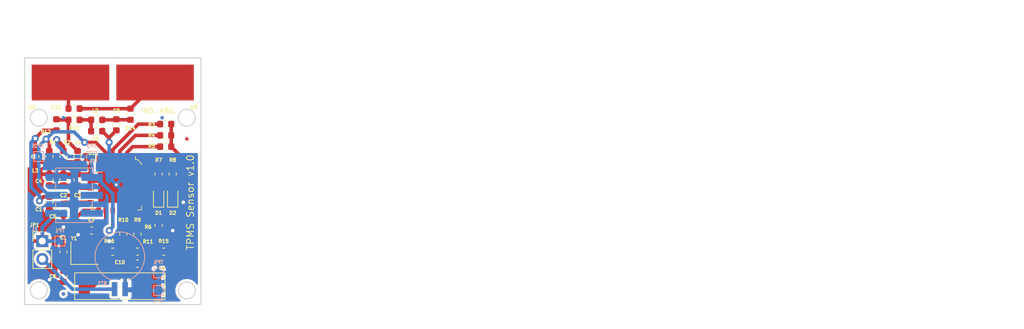
<source format=kicad_pcb>
(kicad_pcb (version 20171130) (host pcbnew "(5.0.0)")

  (general
    (thickness 1.6)
    (drawings 14)
    (tracks 203)
    (zones 0)
    (modules 52)
    (nets 35)
  )

  (page A4)
  (title_block
    (title "Tire Pressure Monitor Sensor")
    (date 2018-10-09)
    (rev 1)
    (company "Rodrigo Tirapegui - Diseño PCB - CESE")
  )

  (layers
    (0 F.Cu mixed)
    (31 B.Cu mixed)
    (32 B.Adhes user)
    (33 F.Adhes user)
    (34 B.Paste user)
    (35 F.Paste user)
    (36 B.SilkS user)
    (37 F.SilkS user)
    (38 B.Mask user)
    (39 F.Mask user)
    (40 Dwgs.User user)
    (41 Cmts.User user)
    (42 Eco1.User user)
    (43 Eco2.User user)
    (44 Edge.Cuts user)
    (45 Margin user)
    (46 B.CrtYd user)
    (47 F.CrtYd user)
    (48 B.Fab user)
    (49 F.Fab user)
  )

  (setup
    (last_trace_width 0.5)
    (user_trace_width 0.5)
    (trace_clearance 0.35)
    (zone_clearance 0.35)
    (zone_45_only no)
    (trace_min 0.5)
    (segment_width 0.2)
    (edge_width 0.15)
    (via_size 1)
    (via_drill 0.5)
    (via_min_size 1)
    (via_min_drill 0.5)
    (user_via 1 0.5)
    (uvia_size 0.3)
    (uvia_drill 0.1)
    (uvias_allowed no)
    (uvia_min_size 0.3)
    (uvia_min_drill 0.1)
    (pcb_text_width 0.3)
    (pcb_text_size 1.5 1.5)
    (mod_edge_width 0.15)
    (mod_text_size 1 1)
    (mod_text_width 0.15)
    (pad_size 1.524 1.524)
    (pad_drill 0.762)
    (pad_to_mask_clearance 0.2)
    (aux_axis_origin 0 0)
    (visible_elements 7FFDFFFF)
    (pcbplotparams
      (layerselection 0x01130_ffffffff)
      (usegerberextensions false)
      (usegerberattributes false)
      (usegerberadvancedattributes false)
      (creategerberjobfile false)
      (excludeedgelayer true)
      (linewidth 0.100000)
      (plotframeref false)
      (viasonmask false)
      (mode 1)
      (useauxorigin false)
      (hpglpennumber 1)
      (hpglpenspeed 20)
      (hpglpendiameter 15.000000)
      (psnegative false)
      (psa4output false)
      (plotreference true)
      (plotvalue true)
      (plotinvisibletext false)
      (padsonsilk false)
      (subtractmaskfromsilk false)
      (outputformat 1)
      (mirror false)
      (drillshape 0)
      (scaleselection 1)
      (outputdirectory "Fabricación/Gerbers/"))
  )

  (net 0 "")
  (net 1 +BATT)
  (net 2 "Net-(C1-Pad1)")
  (net 3 "Net-(C6-Pad1)")
  (net 4 "Net-(C8-Pad1)")
  (net 5 "Net-(C9-Pad1)")
  (net 6 "Net-(C10-Pad2)")
  (net 7 "Net-(C10-Pad1)")
  (net 8 "Net-(C11-Pad2)")
  (net 9 "Net-(C11-Pad1)")
  (net 10 "Net-(D1-Pad2)")
  (net 11 "Net-(D2-Pad2)")
  (net 12 "Net-(J1-Pad3)")
  (net 13 "Net-(J1-Pad5)")
  (net 14 "Net-(L4-Pad1)")
  (net 15 "Net-(U1-Pad23)")
  (net 16 "Net-(U1-Pad22)")
  (net 17 "Net-(U1-Pad21)")
  (net 18 "Net-(U1-Pad20)")
  (net 19 "Net-(U1-Pad19)")
  (net 20 "Net-(BT1-Pad1)")
  (net 21 GND)
  (net 22 "Net-(C5-Pad1)")
  (net 23 "Net-(C7-Pad1)")
  (net 24 "Net-(J1-Pad1)")
  (net 25 "Net-(J1-Pad4)")
  (net 26 "Net-(L1-Pad1)")
  (net 27 "Net-(R3-Pad1)")
  (net 28 "Net-(R4-Pad1)")
  (net 29 "Net-(R5-Pad1)")
  (net 30 "Net-(R6-Pad1)")
  (net 31 "Net-(R7-Pad1)")
  (net 32 "Net-(R8-Pad1)")
  (net 33 "Net-(R9-Pad2)")
  (net 34 "Net-(R10-Pad2)")

  (net_class Default "Esta es la clase de red por defecto."
    (clearance 0.35)
    (trace_width 0.5)
    (via_dia 1)
    (via_drill 0.5)
    (uvia_dia 0.3)
    (uvia_drill 0.1)
    (diff_pair_gap 0.25)
    (diff_pair_width 0.5)
    (add_net +BATT)
    (add_net GND)
    (add_net "Net-(BT1-Pad1)")
    (add_net "Net-(C1-Pad1)")
    (add_net "Net-(C10-Pad1)")
    (add_net "Net-(C10-Pad2)")
    (add_net "Net-(C11-Pad1)")
    (add_net "Net-(C11-Pad2)")
    (add_net "Net-(C5-Pad1)")
    (add_net "Net-(C6-Pad1)")
    (add_net "Net-(C7-Pad1)")
    (add_net "Net-(C8-Pad1)")
    (add_net "Net-(C9-Pad1)")
    (add_net "Net-(D1-Pad2)")
    (add_net "Net-(D2-Pad2)")
    (add_net "Net-(J1-Pad1)")
    (add_net "Net-(J1-Pad3)")
    (add_net "Net-(J1-Pad4)")
    (add_net "Net-(J1-Pad5)")
    (add_net "Net-(L1-Pad1)")
    (add_net "Net-(L4-Pad1)")
    (add_net "Net-(R10-Pad2)")
    (add_net "Net-(R3-Pad1)")
    (add_net "Net-(R4-Pad1)")
    (add_net "Net-(R5-Pad1)")
    (add_net "Net-(R6-Pad1)")
    (add_net "Net-(R7-Pad1)")
    (add_net "Net-(R8-Pad1)")
    (add_net "Net-(R9-Pad2)")
    (add_net "Net-(U1-Pad19)")
    (add_net "Net-(U1-Pad20)")
    (add_net "Net-(U1-Pad21)")
    (add_net "Net-(U1-Pad22)")
    (add_net "Net-(U1-Pad23)")
  )

  (module TPMS_Sensor:RF_Antenna_PAD (layer F.Cu) (tedit 5BE74BE5) (tstamp 5BD1432C)
    (at 153.5 68.5)
    (path /5BC6D834)
    (fp_text reference U3 (at 5.5 3.5) (layer F.SilkS)
      (effects (font (size 0.5 0.5) (thickness 0.125)))
    )
    (fp_text value PAD2 (at 0 3.81) (layer F.Fab)
      (effects (font (size 1 1) (thickness 0.15)))
    )
    (fp_line (start 5.9 -3) (end -5.9 -3) (layer F.Fab) (width 0.15))
    (fp_line (start 5.9 3) (end -5.9 3) (layer F.Fab) (width 0.15))
    (fp_line (start -5.7 2.8) (end 5.7 2.8) (layer F.CrtYd) (width 0.15))
    (fp_line (start 5.7 -2.8) (end -5.7 -2.8) (layer F.CrtYd) (width 0.15))
    (fp_line (start -5.9 3) (end -5.9 -3) (layer F.Fab) (width 0.15))
    (fp_line (start 5.9 -3) (end 5.9 3) (layer F.Fab) (width 0.15))
    (fp_line (start -5.7 2.8) (end -5.7 -2.8) (layer F.CrtYd) (width 0.15))
    (fp_line (start 5.7 -2.8) (end 5.7 2.8) (layer F.CrtYd) (width 0.15))
    (pad 1 smd rect (at 0 0) (size 11 5.08) (layers F.Cu F.Paste F.Mask)
      (net 8 "Net-(C11-Pad2)"))
  )

  (module TPMS_Sensor:RF_Antenna_PAD (layer F.Cu) (tedit 5BE74BE5) (tstamp 5BFFCA43)
    (at 141.5 68.5)
    (path /5BC6D769)
    (fp_text reference U2 (at -5.5 3.5) (layer F.SilkS)
      (effects (font (size 0.5 0.5) (thickness 0.125)))
    )
    (fp_text value PAD1 (at 0 3.81) (layer F.Fab)
      (effects (font (size 1 1) (thickness 0.15)))
    )
    (fp_line (start 5.9 -3) (end -5.9 -3) (layer F.Fab) (width 0.15))
    (fp_line (start 5.9 3) (end -5.9 3) (layer F.Fab) (width 0.15))
    (fp_line (start -5.7 2.8) (end 5.7 2.8) (layer F.CrtYd) (width 0.15))
    (fp_line (start 5.7 -2.8) (end -5.7 -2.8) (layer F.CrtYd) (width 0.15))
    (fp_line (start -5.9 3) (end -5.9 -3) (layer F.Fab) (width 0.15))
    (fp_line (start 5.9 -3) (end 5.9 3) (layer F.Fab) (width 0.15))
    (fp_line (start -5.7 2.8) (end -5.7 -2.8) (layer F.CrtYd) (width 0.15))
    (fp_line (start 5.7 -2.8) (end 5.7 2.8) (layer F.CrtYd) (width 0.15))
    (pad 1 smd rect (at 0 0) (size 11 5.08) (layers F.Cu F.Paste F.Mask)
      (net 9 "Net-(C11-Pad1)"))
  )

  (module Resistor_SMD:R_0603_1608Metric (layer F.Cu) (tedit 5BE74ECE) (tstamp 5BF37D7B)
    (at 155 77.6)
    (descr "Resistor SMD 0603 (1608 Metric), square (rectangular) end terminal, IPC_7351 nominal, (Body size source: http://www.tortai-tech.com/upload/download/2011102023233369053.pdf), generated with kicad-footprint-generator")
    (tags resistor)
    (path /5BC1ECAB)
    (attr smd)
    (fp_text reference R5 (at -2 -0.1) (layer F.SilkS)
      (effects (font (size 0.5 0.5) (thickness 0.125)))
    )
    (fp_text value DNP (at 0 1.43) (layer F.Fab)
      (effects (font (size 1 1) (thickness 0.15)))
    )
    (fp_text user %R (at 0 0) (layer F.Fab)
      (effects (font (size 0.4 0.4) (thickness 0.06)))
    )
    (fp_line (start 1.48 0.73) (end -1.48 0.73) (layer F.CrtYd) (width 0.05))
    (fp_line (start 1.48 -0.73) (end 1.48 0.73) (layer F.CrtYd) (width 0.05))
    (fp_line (start -1.48 -0.73) (end 1.48 -0.73) (layer F.CrtYd) (width 0.05))
    (fp_line (start -1.48 0.73) (end -1.48 -0.73) (layer F.CrtYd) (width 0.05))
    (fp_line (start -0.162779 0.51) (end 0.162779 0.51) (layer F.SilkS) (width 0.12))
    (fp_line (start -0.162779 -0.51) (end 0.162779 -0.51) (layer F.SilkS) (width 0.12))
    (fp_line (start 0.8 0.4) (end -0.8 0.4) (layer F.Fab) (width 0.1))
    (fp_line (start 0.8 -0.4) (end 0.8 0.4) (layer F.Fab) (width 0.1))
    (fp_line (start -0.8 -0.4) (end 0.8 -0.4) (layer F.Fab) (width 0.1))
    (fp_line (start -0.8 0.4) (end -0.8 -0.4) (layer F.Fab) (width 0.1))
    (pad 2 smd roundrect (at 0.7875 0) (size 0.875 0.95) (layers F.Cu F.Paste F.Mask) (roundrect_rratio 0.25)
      (net 21 GND))
    (pad 1 smd roundrect (at -0.7875 0) (size 0.875 0.95) (layers F.Cu F.Paste F.Mask) (roundrect_rratio 0.25)
      (net 29 "Net-(R5-Pad1)"))
    (model ${KISYS3DMOD}/Resistor_SMD.3dshapes/R_0603_1608Metric.wrl
      (at (xyz 0 0 0))
      (scale (xyz 1 1 1))
      (rotate (xyz 0 0 0))
    )
  )

  (module Resistor_SMD:R_0603_1608Metric (layer F.Cu) (tedit 5BE74EC3) (tstamp 5BF37E0B)
    (at 155 76)
    (descr "Resistor SMD 0603 (1608 Metric), square (rectangular) end terminal, IPC_7351 nominal, (Body size source: http://www.tortai-tech.com/upload/download/2011102023233369053.pdf), generated with kicad-footprint-generator")
    (tags resistor)
    (path /5BC1EB33)
    (attr smd)
    (fp_text reference R4 (at -2 0) (layer F.SilkS)
      (effects (font (size 0.5 0.5) (thickness 0.125)))
    )
    (fp_text value DNP (at 0 1.43) (layer F.Fab)
      (effects (font (size 1 1) (thickness 0.15)))
    )
    (fp_text user %R (at 0 0) (layer F.Fab)
      (effects (font (size 0.4 0.4) (thickness 0.06)))
    )
    (fp_line (start 1.48 0.73) (end -1.48 0.73) (layer F.CrtYd) (width 0.05))
    (fp_line (start 1.48 -0.73) (end 1.48 0.73) (layer F.CrtYd) (width 0.05))
    (fp_line (start -1.48 -0.73) (end 1.48 -0.73) (layer F.CrtYd) (width 0.05))
    (fp_line (start -1.48 0.73) (end -1.48 -0.73) (layer F.CrtYd) (width 0.05))
    (fp_line (start -0.162779 0.51) (end 0.162779 0.51) (layer F.SilkS) (width 0.12))
    (fp_line (start -0.162779 -0.51) (end 0.162779 -0.51) (layer F.SilkS) (width 0.12))
    (fp_line (start 0.8 0.4) (end -0.8 0.4) (layer F.Fab) (width 0.1))
    (fp_line (start 0.8 -0.4) (end 0.8 0.4) (layer F.Fab) (width 0.1))
    (fp_line (start -0.8 -0.4) (end 0.8 -0.4) (layer F.Fab) (width 0.1))
    (fp_line (start -0.8 0.4) (end -0.8 -0.4) (layer F.Fab) (width 0.1))
    (pad 2 smd roundrect (at 0.7875 0) (size 0.875 0.95) (layers F.Cu F.Paste F.Mask) (roundrect_rratio 0.25)
      (net 21 GND))
    (pad 1 smd roundrect (at -0.7875 0) (size 0.875 0.95) (layers F.Cu F.Paste F.Mask) (roundrect_rratio 0.25)
      (net 28 "Net-(R4-Pad1)"))
    (model ${KISYS3DMOD}/Resistor_SMD.3dshapes/R_0603_1608Metric.wrl
      (at (xyz 0 0 0))
      (scale (xyz 1 1 1))
      (rotate (xyz 0 0 0))
    )
  )

  (module Resistor_SMD:R_0603_1608Metric (layer F.Cu) (tedit 5BE74EB6) (tstamp 5C000A35)
    (at 155 74.4)
    (descr "Resistor SMD 0603 (1608 Metric), square (rectangular) end terminal, IPC_7351 nominal, (Body size source: http://www.tortai-tech.com/upload/download/2011102023233369053.pdf), generated with kicad-footprint-generator")
    (tags resistor)
    (path /5BC1D1B7)
    (attr smd)
    (fp_text reference R3 (at -2 0.1) (layer F.SilkS)
      (effects (font (size 0.5 0.5) (thickness 0.125)))
    )
    (fp_text value DNP (at 0 1.43) (layer F.Fab)
      (effects (font (size 1 1) (thickness 0.15)))
    )
    (fp_text user %R (at 0 0) (layer F.Fab)
      (effects (font (size 0.4 0.4) (thickness 0.06)))
    )
    (fp_line (start 1.48 0.73) (end -1.48 0.73) (layer F.CrtYd) (width 0.05))
    (fp_line (start 1.48 -0.73) (end 1.48 0.73) (layer F.CrtYd) (width 0.05))
    (fp_line (start -1.48 -0.73) (end 1.48 -0.73) (layer F.CrtYd) (width 0.05))
    (fp_line (start -1.48 0.73) (end -1.48 -0.73) (layer F.CrtYd) (width 0.05))
    (fp_line (start -0.162779 0.51) (end 0.162779 0.51) (layer F.SilkS) (width 0.12))
    (fp_line (start -0.162779 -0.51) (end 0.162779 -0.51) (layer F.SilkS) (width 0.12))
    (fp_line (start 0.8 0.4) (end -0.8 0.4) (layer F.Fab) (width 0.1))
    (fp_line (start 0.8 -0.4) (end 0.8 0.4) (layer F.Fab) (width 0.1))
    (fp_line (start -0.8 -0.4) (end 0.8 -0.4) (layer F.Fab) (width 0.1))
    (fp_line (start -0.8 0.4) (end -0.8 -0.4) (layer F.Fab) (width 0.1))
    (pad 2 smd roundrect (at 0.7875 0) (size 0.875 0.95) (layers F.Cu F.Paste F.Mask) (roundrect_rratio 0.25)
      (net 21 GND))
    (pad 1 smd roundrect (at -0.7875 0) (size 0.875 0.95) (layers F.Cu F.Paste F.Mask) (roundrect_rratio 0.25)
      (net 27 "Net-(R3-Pad1)"))
    (model ${KISYS3DMOD}/Resistor_SMD.3dshapes/R_0603_1608Metric.wrl
      (at (xyz 0 0 0))
      (scale (xyz 1 1 1))
      (rotate (xyz 0 0 0))
    )
  )

  (module TPMS_Sensor:QFN-24_7x7mm (layer F.Cu) (tedit 5BE750CD) (tstamp 5BFF9C60)
    (at 148 83 270)
    (path /5BFB8E56)
    (fp_text reference U1 (at -4.5 3.5) (layer F.SilkS)
      (effects (font (size 0.5 0.5) (thickness 0.125)))
    )
    (fp_text value FXTH87xxxx (at 0 5.75 270) (layer F.Fab)
      (effects (font (size 1 1) (thickness 0.15)))
    )
    (fp_line (start -4.15 -4.15) (end -4.15 4.15) (layer F.CrtYd) (width 0.05))
    (fp_line (start 4.15 -4.15) (end 4.15 4.15) (layer F.CrtYd) (width 0.05))
    (fp_line (start 4.15 -4.15) (end -4.15 -4.15) (layer F.CrtYd) (width 0.05))
    (fp_line (start 4.15 4.15) (end -4.15 4.15) (layer F.CrtYd) (width 0.05))
    (fp_line (start -2.85 -3.575) (end -3 -3.575) (layer F.SilkS) (width 0.1))
    (fp_line (start -3 -3.575) (end -3.575 -3) (layer F.SilkS) (width 0.1))
    (fp_line (start -3.575 -3) (end -3.575 -2.7) (layer F.SilkS) (width 0.1))
    (fp_line (start -3.575 -2.7) (end -4 -2.7) (layer F.SilkS) (width 0.1))
    (fp_line (start -3.575 3.575) (end -3 3.575) (layer F.SilkS) (width 0.1))
    (fp_line (start -3.575 3) (end -3.575 3.575) (layer F.SilkS) (width 0.1))
    (fp_line (start 3.575 3) (end 3.575 3.575) (layer F.SilkS) (width 0.1))
    (fp_line (start 3.575 3.575) (end 3 3.575) (layer F.SilkS) (width 0.1))
    (fp_line (start 3.575 -3) (end 3.575 -3.575) (layer F.SilkS) (width 0.1))
    (fp_line (start 3.575 -3.575) (end 3 -3.575) (layer F.SilkS) (width 0.1))
    (fp_line (start -3 -3.475) (end 3.475 -3.475) (layer F.Fab) (width 0.1))
    (fp_line (start -3.475 -3) (end -3.475 3.475) (layer F.Fab) (width 0.1))
    (fp_line (start -3 -3.475) (end -3.475 -3) (layer F.Fab) (width 0.1))
    (fp_line (start 3.475 -3.475) (end 3.475 3.475) (layer F.Fab) (width 0.1))
    (fp_line (start 3.475 3.475) (end -3.475 3.475) (layer F.Fab) (width 0.1))
    (pad 13 smd rect (at 3.65 2.5 270) (size 0.85 0.65) (layers F.Cu F.Paste F.Mask)
      (net 26 "Net-(L1-Pad1)") (solder_mask_margin 0.07))
    (pad 1 smd rect (at -3.65 -2.5 270) (size 0.85 0.65) (layers F.Cu F.Paste F.Mask)
      (net 32 "Net-(R8-Pad1)") (solder_mask_margin 0.07))
    (pad 2 smd rect (at -3.65 -1.5 270) (size 0.85 0.65) (layers F.Cu F.Paste F.Mask)
      (net 29 "Net-(R5-Pad1)") (solder_mask_margin 0.07))
    (pad 3 smd rect (at -3.65 -0.5 270) (size 0.85 0.65) (layers F.Cu F.Paste F.Mask)
      (net 28 "Net-(R4-Pad1)") (solder_mask_margin 0.07))
    (pad 4 smd rect (at -3.65 0.5 270) (size 0.85 0.65) (layers F.Cu F.Paste F.Mask)
      (net 27 "Net-(R3-Pad1)") (solder_mask_margin 0.07))
    (pad 5 smd rect (at -3.65 1.5 270) (size 0.85 0.65) (layers F.Cu F.Paste F.Mask)
      (net 25 "Net-(J1-Pad4)") (solder_mask_margin 0.07))
    (pad 6 smd rect (at -3.65 2.5 270) (size 0.85 0.65) (layers F.Cu F.Paste F.Mask)
      (net 21 GND) (solder_mask_margin 0.07))
    (pad 7 smd rect (at -2.5 3.65 270) (size 0.65 0.85) (layers F.Cu F.Paste F.Mask)
      (net 1 +BATT) (solder_mask_margin 0.07))
    (pad 8 smd rect (at -1.5 3.65 270) (size 0.65 0.85) (layers F.Cu F.Paste F.Mask)
      (net 1 +BATT) (solder_mask_margin 0.07))
    (pad 9 smd rect (at -0.5 3.65 270) (size 0.65 0.85) (layers F.Cu F.Paste F.Mask)
      (net 21 GND) (solder_mask_margin 0.07))
    (pad 10 smd rect (at 0.5 3.65 270) (size 0.65 0.85) (layers F.Cu F.Paste F.Mask)
      (net 21 GND) (solder_mask_margin 0.07))
    (pad 11 smd rect (at 1.5 3.65 270) (size 0.65 0.85) (layers F.Cu F.Paste F.Mask)
      (net 2 "Net-(C1-Pad1)") (solder_mask_margin 0.07))
    (pad 12 smd rect (at 2.5 3.65 270) (size 0.65 0.85) (layers F.Cu F.Paste F.Mask)
      (net 22 "Net-(C5-Pad1)") (solder_mask_margin 0.07))
    (pad 14 smd rect (at 3.65 1.5 270) (size 0.85 0.65) (layers F.Cu F.Paste F.Mask)
      (net 23 "Net-(C7-Pad1)") (solder_mask_margin 0.07))
    (pad 15 smd rect (at 3.65 0.5 270) (size 0.85 0.65) (layers F.Cu F.Paste F.Mask)
      (net 24 "Net-(J1-Pad1)") (solder_mask_margin 0.07))
    (pad 16 smd rect (at 3.65 -0.5 270) (size 0.85 0.65) (layers F.Cu F.Paste F.Mask)
      (net 34 "Net-(R10-Pad2)") (solder_mask_margin 0.07))
    (pad 17 smd rect (at 3.65 -1.5 270) (size 0.85 0.65) (layers F.Cu F.Paste F.Mask)
      (net 33 "Net-(R9-Pad2)") (solder_mask_margin 0.07))
    (pad 18 smd rect (at 3.65 -2.5 270) (size 0.85 0.65) (layers F.Cu F.Paste F.Mask)
      (net 30 "Net-(R6-Pad1)") (solder_mask_margin 0.07))
    (pad 19 smd rect (at 2.5 -3.65 270) (size 0.65 0.85) (layers F.Cu F.Paste F.Mask)
      (net 19 "Net-(U1-Pad19)") (solder_mask_margin 0.07))
    (pad 20 smd rect (at 1.5 -3.65 270) (size 0.65 0.85) (layers F.Cu F.Paste F.Mask)
      (net 18 "Net-(U1-Pad20)") (solder_mask_margin 0.07))
    (pad 21 smd rect (at 0.5 -3.65 270) (size 0.65 0.85) (layers F.Cu F.Paste F.Mask)
      (net 17 "Net-(U1-Pad21)") (solder_mask_margin 0.07))
    (pad 22 smd rect (at -0.5 -3.65 270) (size 0.65 0.85) (layers F.Cu F.Paste F.Mask)
      (net 16 "Net-(U1-Pad22)") (solder_mask_margin 0.07))
    (pad 23 smd rect (at -1.5 -3.65 270) (size 0.65 0.85) (layers F.Cu F.Paste F.Mask)
      (net 15 "Net-(U1-Pad23)") (solder_mask_margin 0.07))
    (pad 24 smd rect (at -2.5 -3.65 270) (size 0.65 0.85) (layers F.Cu F.Paste F.Mask)
      (net 31 "Net-(R7-Pad1)") (solder_mask_margin 0.07))
    (pad 25 smd rect (at 0 0 270) (size 5.15 5.15) (layers F.Cu F.Paste F.Mask)
      (net 21 GND))
    (pad 25 thru_hole circle (at 0 0 180) (size 0.8 0.8) (drill 0.4) (layers *.Cu *.Mask)
      (net 21 GND) (solder_mask_margin 0.0001))
    (model "${KIPRJMOD}/Modelos 3D/QFN-32-1EP_7x7mm_P0.65mm_EP5.46x5.46mm.wrl"
      (at (xyz 0 0 0))
      (scale (xyz 1 1 1))
      (rotate (xyz 0 0 0))
    )
  )

  (module Battery:BatteryHolder_Seiko_MS621F (layer B.Cu) (tedit 5BE74D93) (tstamp 5BD1402A)
    (at 148.5 97.8154 270)
    (descr "Seiko MS621F, https://www.sii.co.jp/en/me/files/2014/02/file_EXTENDED_PRDCT_SPEC_75_FILE_11.jpg")
    (tags "Seiko MS621F")
    (path /5BC18CBE)
    (attr smd)
    (fp_text reference BT1 (at -0.8154 2.5) (layer B.SilkS)
      (effects (font (size 0.5 0.5) (thickness 0.125)) (justify mirror))
    )
    (fp_text value Battery_Cell (at -4.6 -4.5 270) (layer B.Fab)
      (effects (font (size 1 1) (thickness 0.15)) (justify mirror))
    )
    (fp_circle (center -4.6 0) (end -4.6 -3.4) (layer B.Fab) (width 0.1))
    (fp_line (start -1.3 1) (end 0.9 1) (layer B.Fab) (width 0.1))
    (fp_line (start 0.9 1) (end 0.9 0.5) (layer B.Fab) (width 0.1))
    (fp_line (start 0.9 0.5) (end -1.2 0.5) (layer B.Fab) (width 0.1))
    (fp_line (start -1.2 -0.5) (end 0.9 -0.5) (layer B.Fab) (width 0.1))
    (fp_line (start 0.9 -0.5) (end 0.9 -1) (layer B.Fab) (width 0.1))
    (fp_line (start 0.9 -1) (end -1.3 -1) (layer B.Fab) (width 0.1))
    (fp_arc (start -4.6 0) (end -1.3 -1.2) (angle -320) (layer B.SilkS) (width 0.12))
    (fp_arc (start -4.6 0) (end -1.2 -1.3) (angle -318.1509965) (layer B.CrtYd) (width 0.05))
    (fp_line (start -1.2 1.3) (end 1.2 1.3) (layer B.CrtYd) (width 0.05))
    (fp_line (start 1.2 1.3) (end 1.2 -1.3) (layer B.CrtYd) (width 0.05))
    (fp_line (start 1.2 -1.3) (end -1.2 -1.3) (layer B.CrtYd) (width 0.05))
    (fp_text user %R (at 0 0 270) (layer B.Fab)
      (effects (font (size 0.5 0.5) (thickness 0.125)) (justify mirror))
    )
    (pad 2 smd rect (at 0 -0.75 270) (size 2 0.8) (layers B.Cu B.Paste B.Mask)
      (net 21 GND))
    (pad 1 smd rect (at 0 0.75 270) (size 2 0.8) (layers B.Cu B.Paste B.Mask)
      (net 20 "Net-(BT1-Pad1)"))
    (model ${KISYS3DMOD}/Battery.3dshapes/BatteryHolder_Seiko_MS621F.wrl
      (at (xyz 0 0 0))
      (scale (xyz 1 1 1))
      (rotate (xyz 0 0 0))
    )
  )

  (module Capacitor_SMD:C_0603_1608Metric (layer F.Cu) (tedit 5BE74FAF) (tstamp 5BF3802B)
    (at 138.5 85.5 270)
    (descr "Capacitor SMD 0603 (1608 Metric), square (rectangular) end terminal, IPC_7351 nominal, (Body size source: http://www.tortai-tech.com/upload/download/2011102023233369053.pdf), generated with kicad-footprint-generator")
    (tags capacitor)
    (path /5BBFFCD7)
    (attr smd)
    (fp_text reference C1 (at 1 1.5) (layer F.SilkS)
      (effects (font (size 0.5 0.5) (thickness 0.125)))
    )
    (fp_text value 1.5pF (at 0 1.43 270) (layer F.Fab)
      (effects (font (size 1 1) (thickness 0.15)))
    )
    (fp_text user %R (at 0 0 270) (layer F.Fab)
      (effects (font (size 0.4 0.4) (thickness 0.06)))
    )
    (fp_line (start 1.48 0.73) (end -1.48 0.73) (layer F.CrtYd) (width 0.05))
    (fp_line (start 1.48 -0.73) (end 1.48 0.73) (layer F.CrtYd) (width 0.05))
    (fp_line (start -1.48 -0.73) (end 1.48 -0.73) (layer F.CrtYd) (width 0.05))
    (fp_line (start -1.48 0.73) (end -1.48 -0.73) (layer F.CrtYd) (width 0.05))
    (fp_line (start -0.162779 0.51) (end 0.162779 0.51) (layer F.SilkS) (width 0.12))
    (fp_line (start -0.162779 -0.51) (end 0.162779 -0.51) (layer F.SilkS) (width 0.12))
    (fp_line (start 0.8 0.4) (end -0.8 0.4) (layer F.Fab) (width 0.1))
    (fp_line (start 0.8 -0.4) (end 0.8 0.4) (layer F.Fab) (width 0.1))
    (fp_line (start -0.8 -0.4) (end 0.8 -0.4) (layer F.Fab) (width 0.1))
    (fp_line (start -0.8 0.4) (end -0.8 -0.4) (layer F.Fab) (width 0.1))
    (pad 2 smd roundrect (at 0.7875 0 270) (size 0.875 0.95) (layers F.Cu F.Paste F.Mask) (roundrect_rratio 0.25)
      (net 21 GND))
    (pad 1 smd roundrect (at -0.7875 0 270) (size 0.875 0.95) (layers F.Cu F.Paste F.Mask) (roundrect_rratio 0.25)
      (net 2 "Net-(C1-Pad1)"))
    (model ${KISYS3DMOD}/Capacitor_SMD.3dshapes/C_0603_1608Metric.wrl
      (at (xyz 0 0 0))
      (scale (xyz 1 1 1))
      (rotate (xyz 0 0 0))
    )
  )

  (module Capacitor_SMD:C_0603_1608Metric (layer F.Cu) (tedit 5BE74FCD) (tstamp 5BF3801B)
    (at 140.5 82.3 270)
    (descr "Capacitor SMD 0603 (1608 Metric), square (rectangular) end terminal, IPC_7351 nominal, (Body size source: http://www.tortai-tech.com/upload/download/2011102023233369053.pdf), generated with kicad-footprint-generator")
    (tags capacitor)
    (path /5BC02F0E)
    (attr smd)
    (fp_text reference C2 (at 2.2 0) (layer F.SilkS)
      (effects (font (size 0.5 0.5) (thickness 0.125)))
    )
    (fp_text value 0.1uF (at 0 1.43 270) (layer F.Fab)
      (effects (font (size 1 1) (thickness 0.15)))
    )
    (fp_text user %R (at 0 0 270) (layer F.Fab)
      (effects (font (size 0.4 0.4) (thickness 0.06)))
    )
    (fp_line (start 1.48 0.73) (end -1.48 0.73) (layer F.CrtYd) (width 0.05))
    (fp_line (start 1.48 -0.73) (end 1.48 0.73) (layer F.CrtYd) (width 0.05))
    (fp_line (start -1.48 -0.73) (end 1.48 -0.73) (layer F.CrtYd) (width 0.05))
    (fp_line (start -1.48 0.73) (end -1.48 -0.73) (layer F.CrtYd) (width 0.05))
    (fp_line (start -0.162779 0.51) (end 0.162779 0.51) (layer F.SilkS) (width 0.12))
    (fp_line (start -0.162779 -0.51) (end 0.162779 -0.51) (layer F.SilkS) (width 0.12))
    (fp_line (start 0.8 0.4) (end -0.8 0.4) (layer F.Fab) (width 0.1))
    (fp_line (start 0.8 -0.4) (end 0.8 0.4) (layer F.Fab) (width 0.1))
    (fp_line (start -0.8 -0.4) (end 0.8 -0.4) (layer F.Fab) (width 0.1))
    (fp_line (start -0.8 0.4) (end -0.8 -0.4) (layer F.Fab) (width 0.1))
    (pad 2 smd roundrect (at 0.7875 0 270) (size 0.875 0.95) (layers F.Cu F.Paste F.Mask) (roundrect_rratio 0.25)
      (net 21 GND))
    (pad 1 smd roundrect (at -0.7875 0 270) (size 0.875 0.95) (layers F.Cu F.Paste F.Mask) (roundrect_rratio 0.25)
      (net 1 +BATT))
    (model ${KISYS3DMOD}/Capacitor_SMD.3dshapes/C_0603_1608Metric.wrl
      (at (xyz 0 0 0))
      (scale (xyz 1 1 1))
      (rotate (xyz 0 0 0))
    )
  )

  (module Capacitor_SMD:C_0603_1608Metric (layer F.Cu) (tedit 5BE74FD6) (tstamp 5BF3800B)
    (at 142.5 82.3 270)
    (descr "Capacitor SMD 0603 (1608 Metric), square (rectangular) end terminal, IPC_7351 nominal, (Body size source: http://www.tortai-tech.com/upload/download/2011102023233369053.pdf), generated with kicad-footprint-generator")
    (tags capacitor)
    (path /5BC02F4D)
    (attr smd)
    (fp_text reference C3 (at 2.2 0) (layer F.SilkS)
      (effects (font (size 0.5 0.5) (thickness 0.125)))
    )
    (fp_text value 100pF (at 0 1.43 270) (layer F.Fab)
      (effects (font (size 1 1) (thickness 0.15)))
    )
    (fp_text user %R (at 0 0 270) (layer F.Fab)
      (effects (font (size 0.4 0.4) (thickness 0.06)))
    )
    (fp_line (start 1.48 0.73) (end -1.48 0.73) (layer F.CrtYd) (width 0.05))
    (fp_line (start 1.48 -0.73) (end 1.48 0.73) (layer F.CrtYd) (width 0.05))
    (fp_line (start -1.48 -0.73) (end 1.48 -0.73) (layer F.CrtYd) (width 0.05))
    (fp_line (start -1.48 0.73) (end -1.48 -0.73) (layer F.CrtYd) (width 0.05))
    (fp_line (start -0.162779 0.51) (end 0.162779 0.51) (layer F.SilkS) (width 0.12))
    (fp_line (start -0.162779 -0.51) (end 0.162779 -0.51) (layer F.SilkS) (width 0.12))
    (fp_line (start 0.8 0.4) (end -0.8 0.4) (layer F.Fab) (width 0.1))
    (fp_line (start 0.8 -0.4) (end 0.8 0.4) (layer F.Fab) (width 0.1))
    (fp_line (start -0.8 -0.4) (end 0.8 -0.4) (layer F.Fab) (width 0.1))
    (fp_line (start -0.8 0.4) (end -0.8 -0.4) (layer F.Fab) (width 0.1))
    (pad 2 smd roundrect (at 0.7875 0 270) (size 0.875 0.95) (layers F.Cu F.Paste F.Mask) (roundrect_rratio 0.25)
      (net 21 GND))
    (pad 1 smd roundrect (at -0.7875 0 270) (size 0.875 0.95) (layers F.Cu F.Paste F.Mask) (roundrect_rratio 0.25)
      (net 1 +BATT))
    (model ${KISYS3DMOD}/Capacitor_SMD.3dshapes/C_0603_1608Metric.wrl
      (at (xyz 0 0 0))
      (scale (xyz 1 1 1))
      (rotate (xyz 0 0 0))
    )
  )

  (module Capacitor_SMD:C_0603_1608Metric (layer F.Cu) (tedit 5BE74F3C) (tstamp 5BF37FFB)
    (at 138.5 82.3 270)
    (descr "Capacitor SMD 0603 (1608 Metric), square (rectangular) end terminal, IPC_7351 nominal, (Body size source: http://www.tortai-tech.com/upload/download/2011102023233369053.pdf), generated with kicad-footprint-generator")
    (tags capacitor)
    (path /5BC02FB7)
    (attr smd)
    (fp_text reference C4 (at 0.2 1.5) (layer F.SilkS)
      (effects (font (size 0.5 0.5) (thickness 0.125)))
    )
    (fp_text value DNP (at 0 1.43 270) (layer F.Fab)
      (effects (font (size 1 1) (thickness 0.15)))
    )
    (fp_text user %R (at 0 0 270) (layer F.Fab)
      (effects (font (size 0.4 0.4) (thickness 0.06)))
    )
    (fp_line (start 1.48 0.73) (end -1.48 0.73) (layer F.CrtYd) (width 0.05))
    (fp_line (start 1.48 -0.73) (end 1.48 0.73) (layer F.CrtYd) (width 0.05))
    (fp_line (start -1.48 -0.73) (end 1.48 -0.73) (layer F.CrtYd) (width 0.05))
    (fp_line (start -1.48 0.73) (end -1.48 -0.73) (layer F.CrtYd) (width 0.05))
    (fp_line (start -0.162779 0.51) (end 0.162779 0.51) (layer F.SilkS) (width 0.12))
    (fp_line (start -0.162779 -0.51) (end 0.162779 -0.51) (layer F.SilkS) (width 0.12))
    (fp_line (start 0.8 0.4) (end -0.8 0.4) (layer F.Fab) (width 0.1))
    (fp_line (start 0.8 -0.4) (end 0.8 0.4) (layer F.Fab) (width 0.1))
    (fp_line (start -0.8 -0.4) (end 0.8 -0.4) (layer F.Fab) (width 0.1))
    (fp_line (start -0.8 0.4) (end -0.8 -0.4) (layer F.Fab) (width 0.1))
    (pad 2 smd roundrect (at 0.7875 0 270) (size 0.875 0.95) (layers F.Cu F.Paste F.Mask) (roundrect_rratio 0.25)
      (net 21 GND))
    (pad 1 smd roundrect (at -0.7875 0 270) (size 0.875 0.95) (layers F.Cu F.Paste F.Mask) (roundrect_rratio 0.25)
      (net 1 +BATT))
    (model ${KISYS3DMOD}/Capacitor_SMD.3dshapes/C_0603_1608Metric.wrl
      (at (xyz 0 0 0))
      (scale (xyz 1 1 1))
      (rotate (xyz 0 0 0))
    )
  )

  (module Capacitor_SMD:C_0603_1608Metric (layer F.Cu) (tedit 5BE74FBF) (tstamp 5BF37FEB)
    (at 140.5 86.5 270)
    (descr "Capacitor SMD 0603 (1608 Metric), square (rectangular) end terminal, IPC_7351 nominal, (Body size source: http://www.tortai-tech.com/upload/download/2011102023233369053.pdf), generated with kicad-footprint-generator")
    (tags capacitor)
    (path /5BC08954)
    (attr smd)
    (fp_text reference C5 (at 1 1.5) (layer F.SilkS)
      (effects (font (size 0.5 0.5) (thickness 0.125)))
    )
    (fp_text value 0.47uF (at 0 1.43 270) (layer F.Fab)
      (effects (font (size 1 1) (thickness 0.15)))
    )
    (fp_text user %R (at 0 0 270) (layer F.Fab)
      (effects (font (size 0.4 0.4) (thickness 0.06)))
    )
    (fp_line (start 1.48 0.73) (end -1.48 0.73) (layer F.CrtYd) (width 0.05))
    (fp_line (start 1.48 -0.73) (end 1.48 0.73) (layer F.CrtYd) (width 0.05))
    (fp_line (start -1.48 -0.73) (end 1.48 -0.73) (layer F.CrtYd) (width 0.05))
    (fp_line (start -1.48 0.73) (end -1.48 -0.73) (layer F.CrtYd) (width 0.05))
    (fp_line (start -0.162779 0.51) (end 0.162779 0.51) (layer F.SilkS) (width 0.12))
    (fp_line (start -0.162779 -0.51) (end 0.162779 -0.51) (layer F.SilkS) (width 0.12))
    (fp_line (start 0.8 0.4) (end -0.8 0.4) (layer F.Fab) (width 0.1))
    (fp_line (start 0.8 -0.4) (end 0.8 0.4) (layer F.Fab) (width 0.1))
    (fp_line (start -0.8 -0.4) (end 0.8 -0.4) (layer F.Fab) (width 0.1))
    (fp_line (start -0.8 0.4) (end -0.8 -0.4) (layer F.Fab) (width 0.1))
    (pad 2 smd roundrect (at 0.7875 0 270) (size 0.875 0.95) (layers F.Cu F.Paste F.Mask) (roundrect_rratio 0.25)
      (net 21 GND))
    (pad 1 smd roundrect (at -0.7875 0 270) (size 0.875 0.95) (layers F.Cu F.Paste F.Mask) (roundrect_rratio 0.25)
      (net 22 "Net-(C5-Pad1)"))
    (model ${KISYS3DMOD}/Capacitor_SMD.3dshapes/C_0603_1608Metric.wrl
      (at (xyz 0 0 0))
      (scale (xyz 1 1 1))
      (rotate (xyz 0 0 0))
    )
  )

  (module Capacitor_SMD:C_0603_1608Metric (layer F.Cu) (tedit 5BE74FF4) (tstamp 5BFFB658)
    (at 140.5 96 270)
    (descr "Capacitor SMD 0603 (1608 Metric), square (rectangular) end terminal, IPC_7351 nominal, (Body size source: http://www.tortai-tech.com/upload/download/2011102023233369053.pdf), generated with kicad-footprint-generator")
    (tags capacitor)
    (path /5BC0F873)
    (attr smd)
    (fp_text reference C6 (at 0 1.5) (layer F.SilkS)
      (effects (font (size 0.5 0.5) (thickness 0.125)))
    )
    (fp_text value 10pF (at 0 1.43 270) (layer F.Fab)
      (effects (font (size 1 1) (thickness 0.15)))
    )
    (fp_text user %R (at 0 0 270) (layer F.Fab)
      (effects (font (size 0.4 0.4) (thickness 0.06)))
    )
    (fp_line (start 1.48 0.73) (end -1.48 0.73) (layer F.CrtYd) (width 0.05))
    (fp_line (start 1.48 -0.73) (end 1.48 0.73) (layer F.CrtYd) (width 0.05))
    (fp_line (start -1.48 -0.73) (end 1.48 -0.73) (layer F.CrtYd) (width 0.05))
    (fp_line (start -1.48 0.73) (end -1.48 -0.73) (layer F.CrtYd) (width 0.05))
    (fp_line (start -0.162779 0.51) (end 0.162779 0.51) (layer F.SilkS) (width 0.12))
    (fp_line (start -0.162779 -0.51) (end 0.162779 -0.51) (layer F.SilkS) (width 0.12))
    (fp_line (start 0.8 0.4) (end -0.8 0.4) (layer F.Fab) (width 0.1))
    (fp_line (start 0.8 -0.4) (end 0.8 0.4) (layer F.Fab) (width 0.1))
    (fp_line (start -0.8 -0.4) (end 0.8 -0.4) (layer F.Fab) (width 0.1))
    (fp_line (start -0.8 0.4) (end -0.8 -0.4) (layer F.Fab) (width 0.1))
    (pad 2 smd roundrect (at 0.7875 0 270) (size 0.875 0.95) (layers F.Cu F.Paste F.Mask) (roundrect_rratio 0.25)
      (net 21 GND))
    (pad 1 smd roundrect (at -0.7875 0 270) (size 0.875 0.95) (layers F.Cu F.Paste F.Mask) (roundrect_rratio 0.25)
      (net 3 "Net-(C6-Pad1)"))
    (model ${KISYS3DMOD}/Capacitor_SMD.3dshapes/C_0603_1608Metric.wrl
      (at (xyz 0 0 0))
      (scale (xyz 1 1 1))
      (rotate (xyz 0 0 0))
    )
  )

  (module Capacitor_SMD:C_0603_1608Metric (layer F.Cu) (tedit 5BE75003) (tstamp 5BF37FCB)
    (at 144.5 89.5 180)
    (descr "Capacitor SMD 0603 (1608 Metric), square (rectangular) end terminal, IPC_7351 nominal, (Body size source: http://www.tortai-tech.com/upload/download/2011102023233369053.pdf), generated with kicad-footprint-generator")
    (tags capacitor)
    (path /5BC0B098)
    (attr smd)
    (fp_text reference C7 (at 0 1.5 180) (layer F.SilkS)
      (effects (font (size 0.5 0.5) (thickness 0.125)))
    )
    (fp_text value 10pF (at 0 1.43 180) (layer F.Fab)
      (effects (font (size 1 1) (thickness 0.15)))
    )
    (fp_text user %R (at 0 0 180) (layer F.Fab)
      (effects (font (size 0.4 0.4) (thickness 0.06)))
    )
    (fp_line (start 1.48 0.73) (end -1.48 0.73) (layer F.CrtYd) (width 0.05))
    (fp_line (start 1.48 -0.73) (end 1.48 0.73) (layer F.CrtYd) (width 0.05))
    (fp_line (start -1.48 -0.73) (end 1.48 -0.73) (layer F.CrtYd) (width 0.05))
    (fp_line (start -1.48 0.73) (end -1.48 -0.73) (layer F.CrtYd) (width 0.05))
    (fp_line (start -0.162779 0.51) (end 0.162779 0.51) (layer F.SilkS) (width 0.12))
    (fp_line (start -0.162779 -0.51) (end 0.162779 -0.51) (layer F.SilkS) (width 0.12))
    (fp_line (start 0.8 0.4) (end -0.8 0.4) (layer F.Fab) (width 0.1))
    (fp_line (start 0.8 -0.4) (end 0.8 0.4) (layer F.Fab) (width 0.1))
    (fp_line (start -0.8 -0.4) (end 0.8 -0.4) (layer F.Fab) (width 0.1))
    (fp_line (start -0.8 0.4) (end -0.8 -0.4) (layer F.Fab) (width 0.1))
    (pad 2 smd roundrect (at 0.7875 0 180) (size 0.875 0.95) (layers F.Cu F.Paste F.Mask) (roundrect_rratio 0.25)
      (net 21 GND))
    (pad 1 smd roundrect (at -0.7875 0 180) (size 0.875 0.95) (layers F.Cu F.Paste F.Mask) (roundrect_rratio 0.25)
      (net 23 "Net-(C7-Pad1)"))
    (model ${KISYS3DMOD}/Capacitor_SMD.3dshapes/C_0603_1608Metric.wrl
      (at (xyz 0 0 0))
      (scale (xyz 1 1 1))
      (rotate (xyz 0 0 0))
    )
  )

  (module Capacitor_SMD:C_0603_1608Metric (layer F.Cu) (tedit 5BE74E73) (tstamp 5BF37FBB)
    (at 145.2125 75.4)
    (descr "Capacitor SMD 0603 (1608 Metric), square (rectangular) end terminal, IPC_7351 nominal, (Body size source: http://www.tortai-tech.com/upload/download/2011102023233369053.pdf), generated with kicad-footprint-generator")
    (tags capacitor)
    (path /5BC30AEE)
    (attr smd)
    (fp_text reference C8 (at -0.2125 1.1) (layer F.SilkS)
      (effects (font (size 0.5 0.5) (thickness 0.125)))
    )
    (fp_text value DNP (at 0 1.43) (layer F.Fab)
      (effects (font (size 1 1) (thickness 0.15)))
    )
    (fp_text user %R (at 0 0) (layer F.Fab)
      (effects (font (size 0.4 0.4) (thickness 0.06)))
    )
    (fp_line (start 1.48 0.73) (end -1.48 0.73) (layer F.CrtYd) (width 0.05))
    (fp_line (start 1.48 -0.73) (end 1.48 0.73) (layer F.CrtYd) (width 0.05))
    (fp_line (start -1.48 -0.73) (end 1.48 -0.73) (layer F.CrtYd) (width 0.05))
    (fp_line (start -1.48 0.73) (end -1.48 -0.73) (layer F.CrtYd) (width 0.05))
    (fp_line (start -0.162779 0.51) (end 0.162779 0.51) (layer F.SilkS) (width 0.12))
    (fp_line (start -0.162779 -0.51) (end 0.162779 -0.51) (layer F.SilkS) (width 0.12))
    (fp_line (start 0.8 0.4) (end -0.8 0.4) (layer F.Fab) (width 0.1))
    (fp_line (start 0.8 -0.4) (end 0.8 0.4) (layer F.Fab) (width 0.1))
    (fp_line (start -0.8 -0.4) (end 0.8 -0.4) (layer F.Fab) (width 0.1))
    (fp_line (start -0.8 0.4) (end -0.8 -0.4) (layer F.Fab) (width 0.1))
    (pad 2 smd roundrect (at 0.7875 0) (size 0.875 0.95) (layers F.Cu F.Paste F.Mask) (roundrect_rratio 0.25)
      (net 21 GND))
    (pad 1 smd roundrect (at -0.7875 0) (size 0.875 0.95) (layers F.Cu F.Paste F.Mask) (roundrect_rratio 0.25)
      (net 4 "Net-(C8-Pad1)"))
    (model ${KISYS3DMOD}/Capacitor_SMD.3dshapes/C_0603_1608Metric.wrl
      (at (xyz 0 0 0))
      (scale (xyz 1 1 1))
      (rotate (xyz 0 0 0))
    )
  )

  (module Capacitor_SMD:C_0603_1608Metric (layer F.Cu) (tedit 5BE74E96) (tstamp 5BF37FAB)
    (at 148 74.5 270)
    (descr "Capacitor SMD 0603 (1608 Metric), square (rectangular) end terminal, IPC_7351 nominal, (Body size source: http://www.tortai-tech.com/upload/download/2011102023233369053.pdf), generated with kicad-footprint-generator")
    (tags capacitor)
    (path /5BC34428)
    (attr smd)
    (fp_text reference C9 (at -2 0) (layer F.SilkS)
      (effects (font (size 0.5 0.5) (thickness 0.125)))
    )
    (fp_text value 1pF (at 0 1.43 270) (layer F.Fab)
      (effects (font (size 1 1) (thickness 0.15)))
    )
    (fp_text user %R (at 0 0 270) (layer F.Fab)
      (effects (font (size 0.4 0.4) (thickness 0.06)))
    )
    (fp_line (start 1.48 0.73) (end -1.48 0.73) (layer F.CrtYd) (width 0.05))
    (fp_line (start 1.48 -0.73) (end 1.48 0.73) (layer F.CrtYd) (width 0.05))
    (fp_line (start -1.48 -0.73) (end 1.48 -0.73) (layer F.CrtYd) (width 0.05))
    (fp_line (start -1.48 0.73) (end -1.48 -0.73) (layer F.CrtYd) (width 0.05))
    (fp_line (start -0.162779 0.51) (end 0.162779 0.51) (layer F.SilkS) (width 0.12))
    (fp_line (start -0.162779 -0.51) (end 0.162779 -0.51) (layer F.SilkS) (width 0.12))
    (fp_line (start 0.8 0.4) (end -0.8 0.4) (layer F.Fab) (width 0.1))
    (fp_line (start 0.8 -0.4) (end 0.8 0.4) (layer F.Fab) (width 0.1))
    (fp_line (start -0.8 -0.4) (end 0.8 -0.4) (layer F.Fab) (width 0.1))
    (fp_line (start -0.8 0.4) (end -0.8 -0.4) (layer F.Fab) (width 0.1))
    (pad 2 smd roundrect (at 0.7875 0 270) (size 0.875 0.95) (layers F.Cu F.Paste F.Mask) (roundrect_rratio 0.25)
      (net 21 GND))
    (pad 1 smd roundrect (at -0.7875 0 270) (size 0.875 0.95) (layers F.Cu F.Paste F.Mask) (roundrect_rratio 0.25)
      (net 5 "Net-(C9-Pad1)"))
    (model ${KISYS3DMOD}/Capacitor_SMD.3dshapes/C_0603_1608Metric.wrl
      (at (xyz 0 0 0))
      (scale (xyz 1 1 1))
      (rotate (xyz 0 0 0))
    )
  )

  (module Capacitor_SMD:C_0603_1608Metric (layer F.Cu) (tedit 5BE75078) (tstamp 5BF37F9B)
    (at 151 94.2)
    (descr "Capacitor SMD 0603 (1608 Metric), square (rectangular) end terminal, IPC_7351 nominal, (Body size source: http://www.tortai-tech.com/upload/download/2011102023233369053.pdf), generated with kicad-footprint-generator")
    (tags capacitor)
    (path /5BC708C2)
    (attr smd)
    (fp_text reference C10 (at -2.5 -0.2) (layer F.SilkS)
      (effects (font (size 0.5 0.5) (thickness 0.125)))
    )
    (fp_text value 220pF (at 0 1.43) (layer F.Fab)
      (effects (font (size 1 1) (thickness 0.15)))
    )
    (fp_text user %R (at 0 0) (layer F.Fab)
      (effects (font (size 0.4 0.4) (thickness 0.06)))
    )
    (fp_line (start 1.48 0.73) (end -1.48 0.73) (layer F.CrtYd) (width 0.05))
    (fp_line (start 1.48 -0.73) (end 1.48 0.73) (layer F.CrtYd) (width 0.05))
    (fp_line (start -1.48 -0.73) (end 1.48 -0.73) (layer F.CrtYd) (width 0.05))
    (fp_line (start -1.48 0.73) (end -1.48 -0.73) (layer F.CrtYd) (width 0.05))
    (fp_line (start -0.162779 0.51) (end 0.162779 0.51) (layer F.SilkS) (width 0.12))
    (fp_line (start -0.162779 -0.51) (end 0.162779 -0.51) (layer F.SilkS) (width 0.12))
    (fp_line (start 0.8 0.4) (end -0.8 0.4) (layer F.Fab) (width 0.1))
    (fp_line (start 0.8 -0.4) (end 0.8 0.4) (layer F.Fab) (width 0.1))
    (fp_line (start -0.8 -0.4) (end 0.8 -0.4) (layer F.Fab) (width 0.1))
    (fp_line (start -0.8 0.4) (end -0.8 -0.4) (layer F.Fab) (width 0.1))
    (pad 2 smd roundrect (at 0.7875 0) (size 0.875 0.95) (layers F.Cu F.Paste F.Mask) (roundrect_rratio 0.25)
      (net 6 "Net-(C10-Pad2)"))
    (pad 1 smd roundrect (at -0.7875 0) (size 0.875 0.95) (layers F.Cu F.Paste F.Mask) (roundrect_rratio 0.25)
      (net 7 "Net-(C10-Pad1)"))
    (model ${KISYS3DMOD}/Capacitor_SMD.3dshapes/C_0603_1608Metric.wrl
      (at (xyz 0 0 0))
      (scale (xyz 1 1 1))
      (rotate (xyz 0 0 0))
    )
  )

  (module Capacitor_SMD:C_0603_1608Metric (layer F.Cu) (tedit 5BE74C72) (tstamp 5BF37F8B)
    (at 142 72.2)
    (descr "Capacitor SMD 0603 (1608 Metric), square (rectangular) end terminal, IPC_7351 nominal, (Body size source: http://www.tortai-tech.com/upload/download/2011102023233369053.pdf), generated with kicad-footprint-generator")
    (tags capacitor)
    (path /5BC344D2)
    (attr smd)
    (fp_text reference C11 (at -2.5 -0.2) (layer F.SilkS)
      (effects (font (size 0.5 0.5) (thickness 0.125)))
    )
    (fp_text value DNP (at 0 1.43) (layer F.Fab)
      (effects (font (size 1 1) (thickness 0.15)))
    )
    (fp_text user %R (at 0 0) (layer F.Fab)
      (effects (font (size 0.4 0.4) (thickness 0.06)))
    )
    (fp_line (start 1.48 0.73) (end -1.48 0.73) (layer F.CrtYd) (width 0.05))
    (fp_line (start 1.48 -0.73) (end 1.48 0.73) (layer F.CrtYd) (width 0.05))
    (fp_line (start -1.48 -0.73) (end 1.48 -0.73) (layer F.CrtYd) (width 0.05))
    (fp_line (start -1.48 0.73) (end -1.48 -0.73) (layer F.CrtYd) (width 0.05))
    (fp_line (start -0.162779 0.51) (end 0.162779 0.51) (layer F.SilkS) (width 0.12))
    (fp_line (start -0.162779 -0.51) (end 0.162779 -0.51) (layer F.SilkS) (width 0.12))
    (fp_line (start 0.8 0.4) (end -0.8 0.4) (layer F.Fab) (width 0.1))
    (fp_line (start 0.8 -0.4) (end 0.8 0.4) (layer F.Fab) (width 0.1))
    (fp_line (start -0.8 -0.4) (end 0.8 -0.4) (layer F.Fab) (width 0.1))
    (fp_line (start -0.8 0.4) (end -0.8 -0.4) (layer F.Fab) (width 0.1))
    (pad 2 smd roundrect (at 0.7875 0) (size 0.875 0.95) (layers F.Cu F.Paste F.Mask) (roundrect_rratio 0.25)
      (net 8 "Net-(C11-Pad2)"))
    (pad 1 smd roundrect (at -0.7875 0) (size 0.875 0.95) (layers F.Cu F.Paste F.Mask) (roundrect_rratio 0.25)
      (net 9 "Net-(C11-Pad1)"))
    (model ${KISYS3DMOD}/Capacitor_SMD.3dshapes/C_0603_1608Metric.wrl
      (at (xyz 0 0 0))
      (scale (xyz 1 1 1))
      (rotate (xyz 0 0 0))
    )
  )

  (module Inductor_SMD:L_0603_1608Metric (layer F.Cu) (tedit 5BE74F30) (tstamp 5BF37E6F)
    (at 142.5 79 270)
    (descr "Inductor SMD 0603 (1608 Metric), square (rectangular) end terminal, IPC_7351 nominal, (Body size source: http://www.tortai-tech.com/upload/download/2011102023233369053.pdf), generated with kicad-footprint-generator")
    (tags inductor)
    (path /5BC34377)
    (attr smd)
    (fp_text reference L4 (at -2 0) (layer F.SilkS)
      (effects (font (size 0.5 0.5) (thickness 0.125)))
    )
    (fp_text value 39nH (at 0 1.43 270) (layer F.Fab)
      (effects (font (size 1 1) (thickness 0.15)))
    )
    (fp_text user %R (at 0 0 270) (layer F.Fab)
      (effects (font (size 0.4 0.4) (thickness 0.06)))
    )
    (fp_line (start 1.48 0.73) (end -1.48 0.73) (layer F.CrtYd) (width 0.05))
    (fp_line (start 1.48 -0.73) (end 1.48 0.73) (layer F.CrtYd) (width 0.05))
    (fp_line (start -1.48 -0.73) (end 1.48 -0.73) (layer F.CrtYd) (width 0.05))
    (fp_line (start -1.48 0.73) (end -1.48 -0.73) (layer F.CrtYd) (width 0.05))
    (fp_line (start -0.162779 0.51) (end 0.162779 0.51) (layer F.SilkS) (width 0.12))
    (fp_line (start -0.162779 -0.51) (end 0.162779 -0.51) (layer F.SilkS) (width 0.12))
    (fp_line (start 0.8 0.4) (end -0.8 0.4) (layer F.Fab) (width 0.1))
    (fp_line (start 0.8 -0.4) (end 0.8 0.4) (layer F.Fab) (width 0.1))
    (fp_line (start -0.8 -0.4) (end 0.8 -0.4) (layer F.Fab) (width 0.1))
    (fp_line (start -0.8 0.4) (end -0.8 -0.4) (layer F.Fab) (width 0.1))
    (pad 2 smd roundrect (at 0.7875 0 270) (size 0.875 0.95) (layers F.Cu F.Paste F.Mask) (roundrect_rratio 0.25)
      (net 1 +BATT))
    (pad 1 smd roundrect (at -0.7875 0 270) (size 0.875 0.95) (layers F.Cu F.Paste F.Mask) (roundrect_rratio 0.25)
      (net 14 "Net-(L4-Pad1)"))
    (model ${KISYS3DMOD}/Inductor_SMD.3dshapes/L_0603_1608Metric.wrl
      (at (xyz 0 0 0))
      (scale (xyz 1 1 1))
      (rotate (xyz 0 0 0))
    )
  )

  (module Inductor_SMD:L_0603_1608Metric (layer F.Cu) (tedit 5BE74F10) (tstamp 5BF37E5F)
    (at 136.5 79 270)
    (descr "Inductor SMD 0603 (1608 Metric), square (rectangular) end terminal, IPC_7351 nominal, (Body size source: http://www.tortai-tech.com/upload/download/2011102023233369053.pdf), generated with kicad-footprint-generator")
    (tags inductor)
    (path /5BC30B7D)
    (attr smd)
    (fp_text reference L3 (at 2 0) (layer F.SilkS)
      (effects (font (size 0.5 0.5) (thickness 0.125)))
    )
    (fp_text value DNP (at 0 1.43 270) (layer F.Fab)
      (effects (font (size 1 1) (thickness 0.15)))
    )
    (fp_text user %R (at 0 0 270) (layer F.Fab)
      (effects (font (size 0.4 0.4) (thickness 0.06)))
    )
    (fp_line (start 1.48 0.73) (end -1.48 0.73) (layer F.CrtYd) (width 0.05))
    (fp_line (start 1.48 -0.73) (end 1.48 0.73) (layer F.CrtYd) (width 0.05))
    (fp_line (start -1.48 -0.73) (end 1.48 -0.73) (layer F.CrtYd) (width 0.05))
    (fp_line (start -1.48 0.73) (end -1.48 -0.73) (layer F.CrtYd) (width 0.05))
    (fp_line (start -0.162779 0.51) (end 0.162779 0.51) (layer F.SilkS) (width 0.12))
    (fp_line (start -0.162779 -0.51) (end 0.162779 -0.51) (layer F.SilkS) (width 0.12))
    (fp_line (start 0.8 0.4) (end -0.8 0.4) (layer F.Fab) (width 0.1))
    (fp_line (start 0.8 -0.4) (end 0.8 0.4) (layer F.Fab) (width 0.1))
    (fp_line (start -0.8 -0.4) (end 0.8 -0.4) (layer F.Fab) (width 0.1))
    (fp_line (start -0.8 0.4) (end -0.8 -0.4) (layer F.Fab) (width 0.1))
    (pad 2 smd roundrect (at 0.7875 0 270) (size 0.875 0.95) (layers F.Cu F.Paste F.Mask) (roundrect_rratio 0.25)
      (net 1 +BATT))
    (pad 1 smd roundrect (at -0.7875 0 270) (size 0.875 0.95) (layers F.Cu F.Paste F.Mask) (roundrect_rratio 0.25)
      (net 2 "Net-(C1-Pad1)"))
    (model ${KISYS3DMOD}/Inductor_SMD.3dshapes/L_0603_1608Metric.wrl
      (at (xyz 0 0 0))
      (scale (xyz 1 1 1))
      (rotate (xyz 0 0 0))
    )
  )

  (module Inductor_SMD:L_0603_1608Metric (layer F.Cu) (tedit 5BE74E3F) (tstamp 5BF37E4F)
    (at 145.2125 73.8)
    (descr "Inductor SMD 0603 (1608 Metric), square (rectangular) end terminal, IPC_7351 nominal, (Body size source: http://www.tortai-tech.com/upload/download/2011102023233369053.pdf), generated with kicad-footprint-generator")
    (tags inductor)
    (path /5BC342CD)
    (attr smd)
    (fp_text reference L2 (at -0.2125 -1.3) (layer F.SilkS)
      (effects (font (size 0.5 0.5) (thickness 0.125)))
    )
    (fp_text value 100nH (at 0 1.43) (layer F.Fab)
      (effects (font (size 1 1) (thickness 0.15)))
    )
    (fp_text user %R (at 0 0) (layer F.Fab)
      (effects (font (size 0.4 0.4) (thickness 0.06)))
    )
    (fp_line (start 1.48 0.73) (end -1.48 0.73) (layer F.CrtYd) (width 0.05))
    (fp_line (start 1.48 -0.73) (end 1.48 0.73) (layer F.CrtYd) (width 0.05))
    (fp_line (start -1.48 -0.73) (end 1.48 -0.73) (layer F.CrtYd) (width 0.05))
    (fp_line (start -1.48 0.73) (end -1.48 -0.73) (layer F.CrtYd) (width 0.05))
    (fp_line (start -0.162779 0.51) (end 0.162779 0.51) (layer F.SilkS) (width 0.12))
    (fp_line (start -0.162779 -0.51) (end 0.162779 -0.51) (layer F.SilkS) (width 0.12))
    (fp_line (start 0.8 0.4) (end -0.8 0.4) (layer F.Fab) (width 0.1))
    (fp_line (start 0.8 -0.4) (end 0.8 0.4) (layer F.Fab) (width 0.1))
    (fp_line (start -0.8 -0.4) (end 0.8 -0.4) (layer F.Fab) (width 0.1))
    (fp_line (start -0.8 0.4) (end -0.8 -0.4) (layer F.Fab) (width 0.1))
    (pad 2 smd roundrect (at 0.7875 0) (size 0.875 0.95) (layers F.Cu F.Paste F.Mask) (roundrect_rratio 0.25)
      (net 5 "Net-(C9-Pad1)"))
    (pad 1 smd roundrect (at -0.7875 0) (size 0.875 0.95) (layers F.Cu F.Paste F.Mask) (roundrect_rratio 0.25)
      (net 4 "Net-(C8-Pad1)"))
    (model ${KISYS3DMOD}/Inductor_SMD.3dshapes/L_0603_1608Metric.wrl
      (at (xyz 0 0 0))
      (scale (xyz 1 1 1))
      (rotate (xyz 0 0 0))
    )
  )

  (module Inductor_SMD:L_0603_1608Metric (layer F.Cu) (tedit 5BE74FE7) (tstamp 5BFFCDC0)
    (at 140.5 92.5125 270)
    (descr "Inductor SMD 0603 (1608 Metric), square (rectangular) end terminal, IPC_7351 nominal, (Body size source: http://www.tortai-tech.com/upload/download/2011102023233369053.pdf), generated with kicad-footprint-generator")
    (tags inductor)
    (path /5BC0B117)
    (attr smd)
    (fp_text reference L1 (at -2.0125 0) (layer F.SilkS)
      (effects (font (size 0.5 0.5) (thickness 0.125)))
    )
    (fp_text value 10nH (at 0 1.43 270) (layer F.Fab)
      (effects (font (size 1 1) (thickness 0.15)))
    )
    (fp_text user %R (at 0 0 270) (layer F.Fab)
      (effects (font (size 0.4 0.4) (thickness 0.06)))
    )
    (fp_line (start 1.48 0.73) (end -1.48 0.73) (layer F.CrtYd) (width 0.05))
    (fp_line (start 1.48 -0.73) (end 1.48 0.73) (layer F.CrtYd) (width 0.05))
    (fp_line (start -1.48 -0.73) (end 1.48 -0.73) (layer F.CrtYd) (width 0.05))
    (fp_line (start -1.48 0.73) (end -1.48 -0.73) (layer F.CrtYd) (width 0.05))
    (fp_line (start -0.162779 0.51) (end 0.162779 0.51) (layer F.SilkS) (width 0.12))
    (fp_line (start -0.162779 -0.51) (end 0.162779 -0.51) (layer F.SilkS) (width 0.12))
    (fp_line (start 0.8 0.4) (end -0.8 0.4) (layer F.Fab) (width 0.1))
    (fp_line (start 0.8 -0.4) (end 0.8 0.4) (layer F.Fab) (width 0.1))
    (fp_line (start -0.8 -0.4) (end 0.8 -0.4) (layer F.Fab) (width 0.1))
    (fp_line (start -0.8 0.4) (end -0.8 -0.4) (layer F.Fab) (width 0.1))
    (pad 2 smd roundrect (at 0.7875 0 270) (size 0.875 0.95) (layers F.Cu F.Paste F.Mask) (roundrect_rratio 0.25)
      (net 3 "Net-(C6-Pad1)"))
    (pad 1 smd roundrect (at -0.7875 0 270) (size 0.875 0.95) (layers F.Cu F.Paste F.Mask) (roundrect_rratio 0.25)
      (net 26 "Net-(L1-Pad1)"))
    (model ${KISYS3DMOD}/Inductor_SMD.3dshapes/L_0603_1608Metric.wrl
      (at (xyz 0 0 0))
      (scale (xyz 1 1 1))
      (rotate (xyz 0 0 0))
    )
  )

  (module LED_SMD:LED_0603_1608Metric (layer F.Cu) (tedit 5BE750F1) (tstamp 5BF37E2D)
    (at 156 84.7 90)
    (descr "LED SMD 0603 (1608 Metric), square (rectangular) end terminal, IPC_7351 nominal, (Body size source: http://www.tortai-tech.com/upload/download/2011102023233369053.pdf), generated with kicad-footprint-generator")
    (tags diode)
    (path /5BC1F59C)
    (attr smd)
    (fp_text reference D2 (at -2.3 0 180) (layer F.SilkS)
      (effects (font (size 0.5 0.5) (thickness 0.125)))
    )
    (fp_text value LED_B (at 0 1.43 90) (layer F.Fab)
      (effects (font (size 1 1) (thickness 0.15)))
    )
    (fp_text user %R (at 0 0 90) (layer F.Fab)
      (effects (font (size 0.4 0.4) (thickness 0.06)))
    )
    (fp_line (start 1.48 0.73) (end -1.48 0.73) (layer F.CrtYd) (width 0.05))
    (fp_line (start 1.48 -0.73) (end 1.48 0.73) (layer F.CrtYd) (width 0.05))
    (fp_line (start -1.48 -0.73) (end 1.48 -0.73) (layer F.CrtYd) (width 0.05))
    (fp_line (start -1.48 0.73) (end -1.48 -0.73) (layer F.CrtYd) (width 0.05))
    (fp_line (start -1.485 0.735) (end 0.8 0.735) (layer F.SilkS) (width 0.12))
    (fp_line (start -1.485 -0.735) (end -1.485 0.735) (layer F.SilkS) (width 0.12))
    (fp_line (start 0.8 -0.735) (end -1.485 -0.735) (layer F.SilkS) (width 0.12))
    (fp_line (start 0.8 0.4) (end 0.8 -0.4) (layer F.Fab) (width 0.1))
    (fp_line (start -0.8 0.4) (end 0.8 0.4) (layer F.Fab) (width 0.1))
    (fp_line (start -0.8 -0.1) (end -0.8 0.4) (layer F.Fab) (width 0.1))
    (fp_line (start -0.5 -0.4) (end -0.8 -0.1) (layer F.Fab) (width 0.1))
    (fp_line (start 0.8 -0.4) (end -0.5 -0.4) (layer F.Fab) (width 0.1))
    (pad 2 smd roundrect (at 0.7875 0 90) (size 0.875 0.95) (layers F.Cu F.Paste F.Mask) (roundrect_rratio 0.25)
      (net 11 "Net-(D2-Pad2)"))
    (pad 1 smd roundrect (at -0.7875 0 90) (size 0.875 0.95) (layers F.Cu F.Paste F.Mask) (roundrect_rratio 0.25)
      (net 21 GND))
    (model ${KISYS3DMOD}/LED_SMD.3dshapes/LED_0603_1608Metric.wrl
      (at (xyz 0 0 0))
      (scale (xyz 1 1 1))
      (rotate (xyz 0 0 0))
    )
  )

  (module LED_SMD:LED_0603_1608Metric (layer F.Cu) (tedit 5BE750B9) (tstamp 5BF37E1B)
    (at 154 84.7 90)
    (descr "LED SMD 0603 (1608 Metric), square (rectangular) end terminal, IPC_7351 nominal, (Body size source: http://www.tortai-tech.com/upload/download/2011102023233369053.pdf), generated with kicad-footprint-generator")
    (tags diode)
    (path /5BC1F2FA)
    (attr smd)
    (fp_text reference D1 (at -2.3 0 180) (layer F.SilkS)
      (effects (font (size 0.5 0.5) (thickness 0.125)))
    )
    (fp_text value LED_A (at 0 1.43 90) (layer F.Fab)
      (effects (font (size 1 1) (thickness 0.15)))
    )
    (fp_text user %R (at 0 0 90) (layer F.Fab)
      (effects (font (size 0.4 0.4) (thickness 0.06)))
    )
    (fp_line (start 1.48 0.73) (end -1.48 0.73) (layer F.CrtYd) (width 0.05))
    (fp_line (start 1.48 -0.73) (end 1.48 0.73) (layer F.CrtYd) (width 0.05))
    (fp_line (start -1.48 -0.73) (end 1.48 -0.73) (layer F.CrtYd) (width 0.05))
    (fp_line (start -1.48 0.73) (end -1.48 -0.73) (layer F.CrtYd) (width 0.05))
    (fp_line (start -1.485 0.735) (end 0.8 0.735) (layer F.SilkS) (width 0.12))
    (fp_line (start -1.485 -0.735) (end -1.485 0.735) (layer F.SilkS) (width 0.12))
    (fp_line (start 0.8 -0.735) (end -1.485 -0.735) (layer F.SilkS) (width 0.12))
    (fp_line (start 0.8 0.4) (end 0.8 -0.4) (layer F.Fab) (width 0.1))
    (fp_line (start -0.8 0.4) (end 0.8 0.4) (layer F.Fab) (width 0.1))
    (fp_line (start -0.8 -0.1) (end -0.8 0.4) (layer F.Fab) (width 0.1))
    (fp_line (start -0.5 -0.4) (end -0.8 -0.1) (layer F.Fab) (width 0.1))
    (fp_line (start 0.8 -0.4) (end -0.5 -0.4) (layer F.Fab) (width 0.1))
    (pad 2 smd roundrect (at 0.7875 0 90) (size 0.875 0.95) (layers F.Cu F.Paste F.Mask) (roundrect_rratio 0.25)
      (net 10 "Net-(D1-Pad2)"))
    (pad 1 smd roundrect (at -0.7875 0 90) (size 0.875 0.95) (layers F.Cu F.Paste F.Mask) (roundrect_rratio 0.25)
      (net 21 GND))
    (model ${KISYS3DMOD}/LED_SMD.3dshapes/LED_0603_1608Metric.wrl
      (at (xyz 0 0 0))
      (scale (xyz 1 1 1))
      (rotate (xyz 0 0 0))
    )
  )

  (module Resistor_SMD:R_0603_1608Metric (layer F.Cu) (tedit 5BE74C63) (tstamp 5BF37DFB)
    (at 142 73.8)
    (descr "Resistor SMD 0603 (1608 Metric), square (rectangular) end terminal, IPC_7351 nominal, (Body size source: http://www.tortai-tech.com/upload/download/2011102023233369053.pdf), generated with kicad-footprint-generator")
    (tags resistor)
    (path /5BC34561)
    (attr smd)
    (fp_text reference R13 (at 0 1.2) (layer F.SilkS)
      (effects (font (size 0.5 0.5) (thickness 0.125)))
    )
    (fp_text value 0 (at 0 1.43) (layer F.Fab)
      (effects (font (size 1 1) (thickness 0.15)))
    )
    (fp_text user %R (at 0 0) (layer F.Fab)
      (effects (font (size 0.4 0.4) (thickness 0.06)))
    )
    (fp_line (start 1.48 0.73) (end -1.48 0.73) (layer F.CrtYd) (width 0.05))
    (fp_line (start 1.48 -0.73) (end 1.48 0.73) (layer F.CrtYd) (width 0.05))
    (fp_line (start -1.48 -0.73) (end 1.48 -0.73) (layer F.CrtYd) (width 0.05))
    (fp_line (start -1.48 0.73) (end -1.48 -0.73) (layer F.CrtYd) (width 0.05))
    (fp_line (start -0.162779 0.51) (end 0.162779 0.51) (layer F.SilkS) (width 0.12))
    (fp_line (start -0.162779 -0.51) (end 0.162779 -0.51) (layer F.SilkS) (width 0.12))
    (fp_line (start 0.8 0.4) (end -0.8 0.4) (layer F.Fab) (width 0.1))
    (fp_line (start 0.8 -0.4) (end 0.8 0.4) (layer F.Fab) (width 0.1))
    (fp_line (start -0.8 -0.4) (end 0.8 -0.4) (layer F.Fab) (width 0.1))
    (fp_line (start -0.8 0.4) (end -0.8 -0.4) (layer F.Fab) (width 0.1))
    (pad 2 smd roundrect (at 0.7875 0) (size 0.875 0.95) (layers F.Cu F.Paste F.Mask) (roundrect_rratio 0.25)
      (net 4 "Net-(C8-Pad1)"))
    (pad 1 smd roundrect (at -0.7875 0) (size 0.875 0.95) (layers F.Cu F.Paste F.Mask) (roundrect_rratio 0.25)
      (net 14 "Net-(L4-Pad1)"))
    (model ${KISYS3DMOD}/Resistor_SMD.3dshapes/R_0603_1608Metric.wrl
      (at (xyz 0 0 0))
      (scale (xyz 1 1 1))
      (rotate (xyz 0 0 0))
    )
  )

  (module Resistor_SMD:R_0603_1608Metric (layer F.Cu) (tedit 5BE74EA0) (tstamp 5BF37DEB)
    (at 150 73 270)
    (descr "Resistor SMD 0603 (1608 Metric), square (rectangular) end terminal, IPC_7351 nominal, (Body size source: http://www.tortai-tech.com/upload/download/2011102023233369053.pdf), generated with kicad-footprint-generator")
    (tags resistor)
    (path /5BC3461D)
    (attr smd)
    (fp_text reference R14 (at 2 0) (layer F.SilkS)
      (effects (font (size 0.5 0.5) (thickness 0.125)))
    )
    (fp_text value 0 (at 0 1.43 270) (layer F.Fab)
      (effects (font (size 1 1) (thickness 0.15)))
    )
    (fp_text user %R (at 0 0 270) (layer F.Fab)
      (effects (font (size 0.4 0.4) (thickness 0.06)))
    )
    (fp_line (start 1.48 0.73) (end -1.48 0.73) (layer F.CrtYd) (width 0.05))
    (fp_line (start 1.48 -0.73) (end 1.48 0.73) (layer F.CrtYd) (width 0.05))
    (fp_line (start -1.48 -0.73) (end 1.48 -0.73) (layer F.CrtYd) (width 0.05))
    (fp_line (start -1.48 0.73) (end -1.48 -0.73) (layer F.CrtYd) (width 0.05))
    (fp_line (start -0.162779 0.51) (end 0.162779 0.51) (layer F.SilkS) (width 0.12))
    (fp_line (start -0.162779 -0.51) (end 0.162779 -0.51) (layer F.SilkS) (width 0.12))
    (fp_line (start 0.8 0.4) (end -0.8 0.4) (layer F.Fab) (width 0.1))
    (fp_line (start 0.8 -0.4) (end 0.8 0.4) (layer F.Fab) (width 0.1))
    (fp_line (start -0.8 -0.4) (end 0.8 -0.4) (layer F.Fab) (width 0.1))
    (fp_line (start -0.8 0.4) (end -0.8 -0.4) (layer F.Fab) (width 0.1))
    (pad 2 smd roundrect (at 0.7875 0 270) (size 0.875 0.95) (layers F.Cu F.Paste F.Mask) (roundrect_rratio 0.25)
      (net 5 "Net-(C9-Pad1)"))
    (pad 1 smd roundrect (at -0.7875 0 270) (size 0.875 0.95) (layers F.Cu F.Paste F.Mask) (roundrect_rratio 0.25)
      (net 8 "Net-(C11-Pad2)"))
    (model ${KISYS3DMOD}/Resistor_SMD.3dshapes/R_0603_1608Metric.wrl
      (at (xyz 0 0 0))
      (scale (xyz 1 1 1))
      (rotate (xyz 0 0 0))
    )
  )

  (module Resistor_SMD:R_0603_1608Metric (layer F.Cu) (tedit 5BE75092) (tstamp 5BF37DDB)
    (at 154.7125 92.5 180)
    (descr "Resistor SMD 0603 (1608 Metric), square (rectangular) end terminal, IPC_7351 nominal, (Body size source: http://www.tortai-tech.com/upload/download/2011102023233369053.pdf), generated with kicad-footprint-generator")
    (tags resistor)
    (path /5BC7119E)
    (attr smd)
    (fp_text reference R15 (at 0 1.5 180) (layer F.SilkS)
      (effects (font (size 0.5 0.5) (thickness 0.125)))
    )
    (fp_text value DNP (at 0 1.43 180) (layer F.Fab)
      (effects (font (size 1 1) (thickness 0.15)))
    )
    (fp_text user %R (at 0 0 180) (layer F.Fab)
      (effects (font (size 0.4 0.4) (thickness 0.06)))
    )
    (fp_line (start 1.48 0.73) (end -1.48 0.73) (layer F.CrtYd) (width 0.05))
    (fp_line (start 1.48 -0.73) (end 1.48 0.73) (layer F.CrtYd) (width 0.05))
    (fp_line (start -1.48 -0.73) (end 1.48 -0.73) (layer F.CrtYd) (width 0.05))
    (fp_line (start -1.48 0.73) (end -1.48 -0.73) (layer F.CrtYd) (width 0.05))
    (fp_line (start -0.162779 0.51) (end 0.162779 0.51) (layer F.SilkS) (width 0.12))
    (fp_line (start -0.162779 -0.51) (end 0.162779 -0.51) (layer F.SilkS) (width 0.12))
    (fp_line (start 0.8 0.4) (end -0.8 0.4) (layer F.Fab) (width 0.1))
    (fp_line (start 0.8 -0.4) (end 0.8 0.4) (layer F.Fab) (width 0.1))
    (fp_line (start -0.8 -0.4) (end 0.8 -0.4) (layer F.Fab) (width 0.1))
    (fp_line (start -0.8 0.4) (end -0.8 -0.4) (layer F.Fab) (width 0.1))
    (pad 2 smd roundrect (at 0.7875 0 180) (size 0.875 0.95) (layers F.Cu F.Paste F.Mask) (roundrect_rratio 0.25)
      (net 6 "Net-(C10-Pad2)"))
    (pad 1 smd roundrect (at -0.7875 0 180) (size 0.875 0.95) (layers F.Cu F.Paste F.Mask) (roundrect_rratio 0.25)
      (net 21 GND))
    (model ${KISYS3DMOD}/Resistor_SMD.3dshapes/R_0603_1608Metric.wrl
      (at (xyz 0 0 0))
      (scale (xyz 1 1 1))
      (rotate (xyz 0 0 0))
    )
  )

  (module Resistor_SMD:R_0603_1608Metric (layer F.Cu) (tedit 5BE75031) (tstamp 5BFFCF04)
    (at 147.5 92.5)
    (descr "Resistor SMD 0603 (1608 Metric), square (rectangular) end terminal, IPC_7351 nominal, (Body size source: http://www.tortai-tech.com/upload/download/2011102023233369053.pdf), generated with kicad-footprint-generator")
    (tags resistor)
    (path /5BC7124E)
    (attr smd)
    (fp_text reference R16 (at -0.5 -1.5) (layer F.SilkS)
      (effects (font (size 0.5 0.5) (thickness 0.125)))
    )
    (fp_text value DNP (at 0 1.43) (layer F.Fab)
      (effects (font (size 1 1) (thickness 0.15)))
    )
    (fp_text user %R (at 0 0) (layer F.Fab)
      (effects (font (size 0.4 0.4) (thickness 0.06)))
    )
    (fp_line (start 1.48 0.73) (end -1.48 0.73) (layer F.CrtYd) (width 0.05))
    (fp_line (start 1.48 -0.73) (end 1.48 0.73) (layer F.CrtYd) (width 0.05))
    (fp_line (start -1.48 -0.73) (end 1.48 -0.73) (layer F.CrtYd) (width 0.05))
    (fp_line (start -1.48 0.73) (end -1.48 -0.73) (layer F.CrtYd) (width 0.05))
    (fp_line (start -0.162779 0.51) (end 0.162779 0.51) (layer F.SilkS) (width 0.12))
    (fp_line (start -0.162779 -0.51) (end 0.162779 -0.51) (layer F.SilkS) (width 0.12))
    (fp_line (start 0.8 0.4) (end -0.8 0.4) (layer F.Fab) (width 0.1))
    (fp_line (start 0.8 -0.4) (end 0.8 0.4) (layer F.Fab) (width 0.1))
    (fp_line (start -0.8 -0.4) (end 0.8 -0.4) (layer F.Fab) (width 0.1))
    (fp_line (start -0.8 0.4) (end -0.8 -0.4) (layer F.Fab) (width 0.1))
    (pad 2 smd roundrect (at 0.7875 0) (size 0.875 0.95) (layers F.Cu F.Paste F.Mask) (roundrect_rratio 0.25)
      (net 7 "Net-(C10-Pad1)"))
    (pad 1 smd roundrect (at -0.7875 0) (size 0.875 0.95) (layers F.Cu F.Paste F.Mask) (roundrect_rratio 0.25)
      (net 21 GND))
    (model ${KISYS3DMOD}/Resistor_SMD.3dshapes/R_0603_1608Metric.wrl
      (at (xyz 0 0 0))
      (scale (xyz 1 1 1))
      (rotate (xyz 0 0 0))
    )
  )

  (module Resistor_SMD:R_0603_1608Metric (layer F.Cu) (tedit 5BE75051) (tstamp 5BF37DBB)
    (at 151 90 90)
    (descr "Resistor SMD 0603 (1608 Metric), square (rectangular) end terminal, IPC_7351 nominal, (Body size source: http://www.tortai-tech.com/upload/download/2011102023233369053.pdf), generated with kicad-footprint-generator")
    (tags resistor)
    (path /5BC6DE7B)
    (attr smd)
    (fp_text reference R9 (at 2 0 180) (layer F.SilkS)
      (effects (font (size 0.5 0.5) (thickness 0.125)))
    )
    (fp_text value 0 (at 0 1.43 90) (layer F.Fab)
      (effects (font (size 1 1) (thickness 0.15)))
    )
    (fp_text user %R (at 0 0 90) (layer F.Fab)
      (effects (font (size 0.4 0.4) (thickness 0.06)))
    )
    (fp_line (start 1.48 0.73) (end -1.48 0.73) (layer F.CrtYd) (width 0.05))
    (fp_line (start 1.48 -0.73) (end 1.48 0.73) (layer F.CrtYd) (width 0.05))
    (fp_line (start -1.48 -0.73) (end 1.48 -0.73) (layer F.CrtYd) (width 0.05))
    (fp_line (start -1.48 0.73) (end -1.48 -0.73) (layer F.CrtYd) (width 0.05))
    (fp_line (start -0.162779 0.51) (end 0.162779 0.51) (layer F.SilkS) (width 0.12))
    (fp_line (start -0.162779 -0.51) (end 0.162779 -0.51) (layer F.SilkS) (width 0.12))
    (fp_line (start 0.8 0.4) (end -0.8 0.4) (layer F.Fab) (width 0.1))
    (fp_line (start 0.8 -0.4) (end 0.8 0.4) (layer F.Fab) (width 0.1))
    (fp_line (start -0.8 -0.4) (end 0.8 -0.4) (layer F.Fab) (width 0.1))
    (fp_line (start -0.8 0.4) (end -0.8 -0.4) (layer F.Fab) (width 0.1))
    (pad 2 smd roundrect (at 0.7875 0 90) (size 0.875 0.95) (layers F.Cu F.Paste F.Mask) (roundrect_rratio 0.25)
      (net 33 "Net-(R9-Pad2)"))
    (pad 1 smd roundrect (at -0.7875 0 90) (size 0.875 0.95) (layers F.Cu F.Paste F.Mask) (roundrect_rratio 0.25)
      (net 6 "Net-(C10-Pad2)"))
    (model ${KISYS3DMOD}/Resistor_SMD.3dshapes/R_0603_1608Metric.wrl
      (at (xyz 0 0 0))
      (scale (xyz 1 1 1))
      (rotate (xyz 0 0 0))
    )
  )

  (module Resistor_SMD:R_0603_1608Metric (layer F.Cu) (tedit 5BE75104) (tstamp 5BF37DAB)
    (at 156 81.5 270)
    (descr "Resistor SMD 0603 (1608 Metric), square (rectangular) end terminal, IPC_7351 nominal, (Body size source: http://www.tortai-tech.com/upload/download/2011102023233369053.pdf), generated with kicad-footprint-generator")
    (tags resistor)
    (path /5BC1F27C)
    (attr smd)
    (fp_text reference R8 (at -2 0) (layer F.SilkS)
      (effects (font (size 0.5 0.5) (thickness 0.125)))
    )
    (fp_text value DNP (at 0 1.43 270) (layer F.Fab)
      (effects (font (size 1 1) (thickness 0.15)))
    )
    (fp_text user %R (at 0 0 270) (layer F.Fab)
      (effects (font (size 0.4 0.4) (thickness 0.06)))
    )
    (fp_line (start 1.48 0.73) (end -1.48 0.73) (layer F.CrtYd) (width 0.05))
    (fp_line (start 1.48 -0.73) (end 1.48 0.73) (layer F.CrtYd) (width 0.05))
    (fp_line (start -1.48 -0.73) (end 1.48 -0.73) (layer F.CrtYd) (width 0.05))
    (fp_line (start -1.48 0.73) (end -1.48 -0.73) (layer F.CrtYd) (width 0.05))
    (fp_line (start -0.162779 0.51) (end 0.162779 0.51) (layer F.SilkS) (width 0.12))
    (fp_line (start -0.162779 -0.51) (end 0.162779 -0.51) (layer F.SilkS) (width 0.12))
    (fp_line (start 0.8 0.4) (end -0.8 0.4) (layer F.Fab) (width 0.1))
    (fp_line (start 0.8 -0.4) (end 0.8 0.4) (layer F.Fab) (width 0.1))
    (fp_line (start -0.8 -0.4) (end 0.8 -0.4) (layer F.Fab) (width 0.1))
    (fp_line (start -0.8 0.4) (end -0.8 -0.4) (layer F.Fab) (width 0.1))
    (pad 2 smd roundrect (at 0.7875 0 270) (size 0.875 0.95) (layers F.Cu F.Paste F.Mask) (roundrect_rratio 0.25)
      (net 11 "Net-(D2-Pad2)"))
    (pad 1 smd roundrect (at -0.7875 0 270) (size 0.875 0.95) (layers F.Cu F.Paste F.Mask) (roundrect_rratio 0.25)
      (net 32 "Net-(R8-Pad1)"))
    (model ${KISYS3DMOD}/Resistor_SMD.3dshapes/R_0603_1608Metric.wrl
      (at (xyz 0 0 0))
      (scale (xyz 1 1 1))
      (rotate (xyz 0 0 0))
    )
  )

  (module Resistor_SMD:R_0603_1608Metric (layer F.Cu) (tedit 5BE750FD) (tstamp 5BF37D9B)
    (at 154 81.5 270)
    (descr "Resistor SMD 0603 (1608 Metric), square (rectangular) end terminal, IPC_7351 nominal, (Body size source: http://www.tortai-tech.com/upload/download/2011102023233369053.pdf), generated with kicad-footprint-generator")
    (tags resistor)
    (path /5BC1F198)
    (attr smd)
    (fp_text reference R7 (at -2 0) (layer F.SilkS)
      (effects (font (size 0.5 0.5) (thickness 0.125)))
    )
    (fp_text value DNP (at 0 1.43 270) (layer F.Fab)
      (effects (font (size 1 1) (thickness 0.15)))
    )
    (fp_text user %R (at 0 0 270) (layer F.Fab)
      (effects (font (size 0.4 0.4) (thickness 0.06)))
    )
    (fp_line (start 1.48 0.73) (end -1.48 0.73) (layer F.CrtYd) (width 0.05))
    (fp_line (start 1.48 -0.73) (end 1.48 0.73) (layer F.CrtYd) (width 0.05))
    (fp_line (start -1.48 -0.73) (end 1.48 -0.73) (layer F.CrtYd) (width 0.05))
    (fp_line (start -1.48 0.73) (end -1.48 -0.73) (layer F.CrtYd) (width 0.05))
    (fp_line (start -0.162779 0.51) (end 0.162779 0.51) (layer F.SilkS) (width 0.12))
    (fp_line (start -0.162779 -0.51) (end 0.162779 -0.51) (layer F.SilkS) (width 0.12))
    (fp_line (start 0.8 0.4) (end -0.8 0.4) (layer F.Fab) (width 0.1))
    (fp_line (start 0.8 -0.4) (end 0.8 0.4) (layer F.Fab) (width 0.1))
    (fp_line (start -0.8 -0.4) (end 0.8 -0.4) (layer F.Fab) (width 0.1))
    (fp_line (start -0.8 0.4) (end -0.8 -0.4) (layer F.Fab) (width 0.1))
    (pad 2 smd roundrect (at 0.7875 0 270) (size 0.875 0.95) (layers F.Cu F.Paste F.Mask) (roundrect_rratio 0.25)
      (net 10 "Net-(D1-Pad2)"))
    (pad 1 smd roundrect (at -0.7875 0 270) (size 0.875 0.95) (layers F.Cu F.Paste F.Mask) (roundrect_rratio 0.25)
      (net 31 "Net-(R7-Pad1)"))
    (model ${KISYS3DMOD}/Resistor_SMD.3dshapes/R_0603_1608Metric.wrl
      (at (xyz 0 0 0))
      (scale (xyz 1 1 1))
      (rotate (xyz 0 0 0))
    )
  )

  (module Resistor_SMD:R_0603_1608Metric (layer F.Cu) (tedit 5BE750A4) (tstamp 5BF37D8B)
    (at 154 88.7875 270)
    (descr "Resistor SMD 0603 (1608 Metric), square (rectangular) end terminal, IPC_7351 nominal, (Body size source: http://www.tortai-tech.com/upload/download/2011102023233369053.pdf), generated with kicad-footprint-generator")
    (tags resistor)
    (path /5BC1F124)
    (attr smd)
    (fp_text reference R6 (at 0.2125 1.5) (layer F.SilkS)
      (effects (font (size 0.5 0.5) (thickness 0.125)))
    )
    (fp_text value DNP (at 0 1.43 270) (layer F.Fab)
      (effects (font (size 1 1) (thickness 0.15)))
    )
    (fp_text user %R (at 0 0 270) (layer F.Fab)
      (effects (font (size 0.4 0.4) (thickness 0.06)))
    )
    (fp_line (start 1.48 0.73) (end -1.48 0.73) (layer F.CrtYd) (width 0.05))
    (fp_line (start 1.48 -0.73) (end 1.48 0.73) (layer F.CrtYd) (width 0.05))
    (fp_line (start -1.48 -0.73) (end 1.48 -0.73) (layer F.CrtYd) (width 0.05))
    (fp_line (start -1.48 0.73) (end -1.48 -0.73) (layer F.CrtYd) (width 0.05))
    (fp_line (start -0.162779 0.51) (end 0.162779 0.51) (layer F.SilkS) (width 0.12))
    (fp_line (start -0.162779 -0.51) (end 0.162779 -0.51) (layer F.SilkS) (width 0.12))
    (fp_line (start 0.8 0.4) (end -0.8 0.4) (layer F.Fab) (width 0.1))
    (fp_line (start 0.8 -0.4) (end 0.8 0.4) (layer F.Fab) (width 0.1))
    (fp_line (start -0.8 -0.4) (end 0.8 -0.4) (layer F.Fab) (width 0.1))
    (fp_line (start -0.8 0.4) (end -0.8 -0.4) (layer F.Fab) (width 0.1))
    (pad 2 smd roundrect (at 0.7875 0 270) (size 0.875 0.95) (layers F.Cu F.Paste F.Mask) (roundrect_rratio 0.25)
      (net 21 GND))
    (pad 1 smd roundrect (at -0.7875 0 270) (size 0.875 0.95) (layers F.Cu F.Paste F.Mask) (roundrect_rratio 0.25)
      (net 30 "Net-(R6-Pad1)"))
    (model ${KISYS3DMOD}/Resistor_SMD.3dshapes/R_0603_1608Metric.wrl
      (at (xyz 0 0 0))
      (scale (xyz 1 1 1))
      (rotate (xyz 0 0 0))
    )
  )

  (module Resistor_SMD:R_0603_1608Metric (layer F.Cu) (tedit 5BE74F1B) (tstamp 5C000109)
    (at 140.5 79 90)
    (descr "Resistor SMD 0603 (1608 Metric), square (rectangular) end terminal, IPC_7351 nominal, (Body size source: http://www.tortai-tech.com/upload/download/2011102023233369053.pdf), generated with kicad-footprint-generator")
    (tags resistor)
    (path /5BC20206)
    (attr smd)
    (fp_text reference R2 (at 2 0.5 180) (layer F.SilkS)
      (effects (font (size 0.5 0.5) (thickness 0.125)))
    )
    (fp_text value 4k7 (at 0 1.43 90) (layer F.Fab)
      (effects (font (size 1 1) (thickness 0.15)))
    )
    (fp_text user %R (at 0 0 90) (layer F.Fab)
      (effects (font (size 0.4 0.4) (thickness 0.06)))
    )
    (fp_line (start 1.48 0.73) (end -1.48 0.73) (layer F.CrtYd) (width 0.05))
    (fp_line (start 1.48 -0.73) (end 1.48 0.73) (layer F.CrtYd) (width 0.05))
    (fp_line (start -1.48 -0.73) (end 1.48 -0.73) (layer F.CrtYd) (width 0.05))
    (fp_line (start -1.48 0.73) (end -1.48 -0.73) (layer F.CrtYd) (width 0.05))
    (fp_line (start -0.162779 0.51) (end 0.162779 0.51) (layer F.SilkS) (width 0.12))
    (fp_line (start -0.162779 -0.51) (end 0.162779 -0.51) (layer F.SilkS) (width 0.12))
    (fp_line (start 0.8 0.4) (end -0.8 0.4) (layer F.Fab) (width 0.1))
    (fp_line (start 0.8 -0.4) (end 0.8 0.4) (layer F.Fab) (width 0.1))
    (fp_line (start -0.8 -0.4) (end 0.8 -0.4) (layer F.Fab) (width 0.1))
    (fp_line (start -0.8 0.4) (end -0.8 -0.4) (layer F.Fab) (width 0.1))
    (pad 2 smd roundrect (at 0.7875 0 90) (size 0.875 0.95) (layers F.Cu F.Paste F.Mask) (roundrect_rratio 0.25)
      (net 24 "Net-(J1-Pad1)"))
    (pad 1 smd roundrect (at -0.7875 0 90) (size 0.875 0.95) (layers F.Cu F.Paste F.Mask) (roundrect_rratio 0.25)
      (net 1 +BATT))
    (model ${KISYS3DMOD}/Resistor_SMD.3dshapes/R_0603_1608Metric.wrl
      (at (xyz 0 0 0))
      (scale (xyz 1 1 1))
      (rotate (xyz 0 0 0))
    )
  )

  (module Resistor_SMD:R_0603_1608Metric (layer F.Cu) (tedit 5BE74F25) (tstamp 5BF37D4B)
    (at 138.5 79 270)
    (descr "Resistor SMD 0603 (1608 Metric), square (rectangular) end terminal, IPC_7351 nominal, (Body size source: http://www.tortai-tech.com/upload/download/2011102023233369053.pdf), generated with kicad-footprint-generator")
    (tags resistor)
    (path /5BCC3234)
    (attr smd)
    (fp_text reference R1 (at -2 -0.5) (layer F.SilkS)
      (effects (font (size 0.5 0.5) (thickness 0.125)))
    )
    (fp_text value 4k7 (at 0 1.43 270) (layer F.Fab)
      (effects (font (size 1 1) (thickness 0.15)))
    )
    (fp_text user %R (at 0 0 270) (layer F.Fab)
      (effects (font (size 0.4 0.4) (thickness 0.06)))
    )
    (fp_line (start 1.48 0.73) (end -1.48 0.73) (layer F.CrtYd) (width 0.05))
    (fp_line (start 1.48 -0.73) (end 1.48 0.73) (layer F.CrtYd) (width 0.05))
    (fp_line (start -1.48 -0.73) (end 1.48 -0.73) (layer F.CrtYd) (width 0.05))
    (fp_line (start -1.48 0.73) (end -1.48 -0.73) (layer F.CrtYd) (width 0.05))
    (fp_line (start -0.162779 0.51) (end 0.162779 0.51) (layer F.SilkS) (width 0.12))
    (fp_line (start -0.162779 -0.51) (end 0.162779 -0.51) (layer F.SilkS) (width 0.12))
    (fp_line (start 0.8 0.4) (end -0.8 0.4) (layer F.Fab) (width 0.1))
    (fp_line (start 0.8 -0.4) (end 0.8 0.4) (layer F.Fab) (width 0.1))
    (fp_line (start -0.8 -0.4) (end 0.8 -0.4) (layer F.Fab) (width 0.1))
    (fp_line (start -0.8 0.4) (end -0.8 -0.4) (layer F.Fab) (width 0.1))
    (pad 2 smd roundrect (at 0.7875 0 270) (size 0.875 0.95) (layers F.Cu F.Paste F.Mask) (roundrect_rratio 0.25)
      (net 1 +BATT))
    (pad 1 smd roundrect (at -0.7875 0 270) (size 0.875 0.95) (layers F.Cu F.Paste F.Mask) (roundrect_rratio 0.25)
      (net 25 "Net-(J1-Pad4)"))
    (model ${KISYS3DMOD}/Resistor_SMD.3dshapes/R_0603_1608Metric.wrl
      (at (xyz 0 0 0))
      (scale (xyz 1 1 1))
      (rotate (xyz 0 0 0))
    )
  )

  (module Resistor_SMD:R_0603_1608Metric (layer F.Cu) (tedit 5BE75061) (tstamp 5BF37D3B)
    (at 151 92.5)
    (descr "Resistor SMD 0603 (1608 Metric), square (rectangular) end terminal, IPC_7351 nominal, (Body size source: http://www.tortai-tech.com/upload/download/2011102023233369053.pdf), generated with kicad-footprint-generator")
    (tags resistor)
    (path /5BC704AC)
    (attr smd)
    (fp_text reference R11 (at 1.5 -1.43) (layer F.SilkS)
      (effects (font (size 0.5 0.5) (thickness 0.125)))
    )
    (fp_text value 10k (at 0 1.43) (layer F.Fab)
      (effects (font (size 1 1) (thickness 0.15)))
    )
    (fp_text user %R (at 0 0) (layer F.Fab)
      (effects (font (size 0.4 0.4) (thickness 0.06)))
    )
    (fp_line (start 1.48 0.73) (end -1.48 0.73) (layer F.CrtYd) (width 0.05))
    (fp_line (start 1.48 -0.73) (end 1.48 0.73) (layer F.CrtYd) (width 0.05))
    (fp_line (start -1.48 -0.73) (end 1.48 -0.73) (layer F.CrtYd) (width 0.05))
    (fp_line (start -1.48 0.73) (end -1.48 -0.73) (layer F.CrtYd) (width 0.05))
    (fp_line (start -0.162779 0.51) (end 0.162779 0.51) (layer F.SilkS) (width 0.12))
    (fp_line (start -0.162779 -0.51) (end 0.162779 -0.51) (layer F.SilkS) (width 0.12))
    (fp_line (start 0.8 0.4) (end -0.8 0.4) (layer F.Fab) (width 0.1))
    (fp_line (start 0.8 -0.4) (end 0.8 0.4) (layer F.Fab) (width 0.1))
    (fp_line (start -0.8 -0.4) (end 0.8 -0.4) (layer F.Fab) (width 0.1))
    (fp_line (start -0.8 0.4) (end -0.8 -0.4) (layer F.Fab) (width 0.1))
    (pad 2 smd roundrect (at 0.7875 0) (size 0.875 0.95) (layers F.Cu F.Paste F.Mask) (roundrect_rratio 0.25)
      (net 6 "Net-(C10-Pad2)"))
    (pad 1 smd roundrect (at -0.7875 0) (size 0.875 0.95) (layers F.Cu F.Paste F.Mask) (roundrect_rratio 0.25)
      (net 7 "Net-(C10-Pad1)"))
    (model ${KISYS3DMOD}/Resistor_SMD.3dshapes/R_0603_1608Metric.wrl
      (at (xyz 0 0 0))
      (scale (xyz 1 1 1))
      (rotate (xyz 0 0 0))
    )
  )

  (module Resistor_SMD:R_0603_1608Metric (layer F.Cu) (tedit 5BE74C3C) (tstamp 5BF37D2B)
    (at 139.5 74.5 90)
    (descr "Resistor SMD 0603 (1608 Metric), square (rectangular) end terminal, IPC_7351 nominal, (Body size source: http://www.tortai-tech.com/upload/download/2011102023233369053.pdf), generated with kicad-footprint-generator")
    (tags resistor)
    (path /5BC30CDF)
    (attr smd)
    (fp_text reference R12 (at -1 -1.5 180) (layer F.SilkS)
      (effects (font (size 0.5 0.5) (thickness 0.125)))
    )
    (fp_text value 0 (at 0 1.43 90) (layer F.Fab)
      (effects (font (size 1 1) (thickness 0.15)))
    )
    (fp_text user %R (at 0 0 90) (layer F.Fab)
      (effects (font (size 0.4 0.4) (thickness 0.06)))
    )
    (fp_line (start 1.48 0.73) (end -1.48 0.73) (layer F.CrtYd) (width 0.05))
    (fp_line (start 1.48 -0.73) (end 1.48 0.73) (layer F.CrtYd) (width 0.05))
    (fp_line (start -1.48 -0.73) (end 1.48 -0.73) (layer F.CrtYd) (width 0.05))
    (fp_line (start -1.48 0.73) (end -1.48 -0.73) (layer F.CrtYd) (width 0.05))
    (fp_line (start -0.162779 0.51) (end 0.162779 0.51) (layer F.SilkS) (width 0.12))
    (fp_line (start -0.162779 -0.51) (end 0.162779 -0.51) (layer F.SilkS) (width 0.12))
    (fp_line (start 0.8 0.4) (end -0.8 0.4) (layer F.Fab) (width 0.1))
    (fp_line (start 0.8 -0.4) (end 0.8 0.4) (layer F.Fab) (width 0.1))
    (fp_line (start -0.8 -0.4) (end 0.8 -0.4) (layer F.Fab) (width 0.1))
    (fp_line (start -0.8 0.4) (end -0.8 -0.4) (layer F.Fab) (width 0.1))
    (pad 2 smd roundrect (at 0.7875 0 90) (size 0.875 0.95) (layers F.Cu F.Paste F.Mask) (roundrect_rratio 0.25)
      (net 14 "Net-(L4-Pad1)"))
    (pad 1 smd roundrect (at -0.7875 0 90) (size 0.875 0.95) (layers F.Cu F.Paste F.Mask) (roundrect_rratio 0.25)
      (net 2 "Net-(C1-Pad1)"))
    (model ${KISYS3DMOD}/Resistor_SMD.3dshapes/R_0603_1608Metric.wrl
      (at (xyz 0 0 0))
      (scale (xyz 1 1 1))
      (rotate (xyz 0 0 0))
    )
  )

  (module Resistor_SMD:R_0603_1608Metric (layer F.Cu) (tedit 5BE75044) (tstamp 5BF37D1B)
    (at 149 90 90)
    (descr "Resistor SMD 0603 (1608 Metric), square (rectangular) end terminal, IPC_7351 nominal, (Body size source: http://www.tortai-tech.com/upload/download/2011102023233369053.pdf), generated with kicad-footprint-generator")
    (tags resistor)
    (path /5BC7041A)
    (attr smd)
    (fp_text reference R10 (at 2 0 180) (layer F.SilkS)
      (effects (font (size 0.5 0.5) (thickness 0.125)))
    )
    (fp_text value 0 (at 0 1.43 90) (layer F.Fab)
      (effects (font (size 1 1) (thickness 0.15)))
    )
    (fp_text user %R (at 0 0 90) (layer F.Fab)
      (effects (font (size 0.4 0.4) (thickness 0.06)))
    )
    (fp_line (start 1.48 0.73) (end -1.48 0.73) (layer F.CrtYd) (width 0.05))
    (fp_line (start 1.48 -0.73) (end 1.48 0.73) (layer F.CrtYd) (width 0.05))
    (fp_line (start -1.48 -0.73) (end 1.48 -0.73) (layer F.CrtYd) (width 0.05))
    (fp_line (start -1.48 0.73) (end -1.48 -0.73) (layer F.CrtYd) (width 0.05))
    (fp_line (start -0.162779 0.51) (end 0.162779 0.51) (layer F.SilkS) (width 0.12))
    (fp_line (start -0.162779 -0.51) (end 0.162779 -0.51) (layer F.SilkS) (width 0.12))
    (fp_line (start 0.8 0.4) (end -0.8 0.4) (layer F.Fab) (width 0.1))
    (fp_line (start 0.8 -0.4) (end 0.8 0.4) (layer F.Fab) (width 0.1))
    (fp_line (start -0.8 -0.4) (end 0.8 -0.4) (layer F.Fab) (width 0.1))
    (fp_line (start -0.8 0.4) (end -0.8 -0.4) (layer F.Fab) (width 0.1))
    (pad 2 smd roundrect (at 0.7875 0 90) (size 0.875 0.95) (layers F.Cu F.Paste F.Mask) (roundrect_rratio 0.25)
      (net 34 "Net-(R10-Pad2)"))
    (pad 1 smd roundrect (at -0.7875 0 90) (size 0.875 0.95) (layers F.Cu F.Paste F.Mask) (roundrect_rratio 0.25)
      (net 7 "Net-(C10-Pad1)"))
    (model ${KISYS3DMOD}/Resistor_SMD.3dshapes/R_0603_1608Metric.wrl
      (at (xyz 0 0 0))
      (scale (xyz 1 1 1))
      (rotate (xyz 0 0 0))
    )
  )

  (module Fiducial:Fiducial_0.5mm_Dia_1mm_Outer (layer B.Cu) (tedit 5BE74CF8) (tstamp 5BFFC760)
    (at 154.5 73.5)
    (descr "Circular Fiducial, 0.5mm bare copper top; 1mm keepout (Level C)")
    (tags marker)
    (path /5BC985E9)
    (attr virtual)
    (fp_text reference F6 (at 0 -1.5 180) (layer B.SilkS) hide
      (effects (font (size 0.5 0.5) (thickness 0.125)) (justify mirror))
    )
    (fp_text value Fiducial (at 0 -1.5) (layer B.Fab)
      (effects (font (size 1 1) (thickness 0.15)) (justify mirror))
    )
    (fp_circle (center 0 0) (end 0.75 0) (layer B.CrtYd) (width 0.05))
    (fp_text user %R (at 0 0) (layer B.Fab)
      (effects (font (size 0.2 0.2) (thickness 0.04)) (justify mirror))
    )
    (fp_circle (center 0 0) (end 0.5 0) (layer B.Fab) (width 0.1))
    (pad ~ smd circle (at 0 0) (size 0.5 0.5) (layers B.Cu B.Mask)
      (solder_mask_margin 0.25) (clearance 0.25))
  )

  (module Fiducial:Fiducial_0.5mm_Dia_1mm_Outer (layer B.Cu) (tedit 5BE74D09) (tstamp 5BD43672)
    (at 140.5 98.5)
    (descr "Circular Fiducial, 0.5mm bare copper top; 1mm keepout (Level C)")
    (tags marker)
    (path /5BC986D3)
    (attr virtual)
    (fp_text reference F5 (at -1.5 0) (layer B.SilkS) hide
      (effects (font (size 0.5 0.5) (thickness 0.125)) (justify mirror))
    )
    (fp_text value Fiducial (at 0 -1.5) (layer B.Fab)
      (effects (font (size 1 1) (thickness 0.15)) (justify mirror))
    )
    (fp_circle (center 0 0) (end 0.75 0) (layer B.CrtYd) (width 0.05))
    (fp_text user %R (at 0 0) (layer B.Fab)
      (effects (font (size 0.2 0.2) (thickness 0.04)) (justify mirror))
    )
    (fp_circle (center 0 0) (end 0.5 0) (layer B.Fab) (width 0.1))
    (pad ~ smd circle (at 0 0) (size 0.5 0.5) (layers B.Cu B.Mask)
      (solder_mask_margin 0.25) (clearance 0.25))
  )

  (module Fiducial:Fiducial_0.5mm_Dia_1mm_Outer (layer B.Cu) (tedit 5BE74D02) (tstamp 5BF3BBA6)
    (at 140.5 73.5)
    (descr "Circular Fiducial, 0.5mm bare copper top; 1mm keepout (Level C)")
    (tags marker)
    (path /5BC98531)
    (attr virtual)
    (fp_text reference F4 (at 0 -1.5) (layer B.SilkS) hide
      (effects (font (size 0.5 0.5) (thickness 0.125)) (justify mirror))
    )
    (fp_text value Fiducial (at 0 -1.5) (layer B.Fab)
      (effects (font (size 1 1) (thickness 0.15)) (justify mirror))
    )
    (fp_circle (center 0 0) (end 0.75 0) (layer B.CrtYd) (width 0.05))
    (fp_text user %R (at 0 0) (layer B.Fab)
      (effects (font (size 0.2 0.2) (thickness 0.04)) (justify mirror))
    )
    (fp_circle (center 0 0) (end 0.5 0) (layer B.Fab) (width 0.1))
    (pad ~ smd circle (at 0 0) (size 0.5 0.5) (layers B.Cu B.Mask)
      (solder_mask_margin 0.25) (clearance 0.25))
  )

  (module Fiducial:Fiducial_0.5mm_Dia_1mm_Outer (layer F.Cu) (tedit 5BE74CC6) (tstamp 5BD43662)
    (at 140.5 98.5)
    (descr "Circular Fiducial, 0.5mm bare copper top; 1mm keepout (Level C)")
    (tags marker)
    (path /5BC8C332)
    (attr virtual)
    (fp_text reference F2 (at -1.5 0) (layer F.SilkS) hide
      (effects (font (size 0.5 0.5) (thickness 0.125)))
    )
    (fp_text value Fiducial (at 0 1.5) (layer F.Fab)
      (effects (font (size 1 1) (thickness 0.15)))
    )
    (fp_circle (center 0 0) (end 0.75 0) (layer F.CrtYd) (width 0.05))
    (fp_text user %R (at 0 0) (layer F.Fab)
      (effects (font (size 0.2 0.2) (thickness 0.04)))
    )
    (fp_circle (center 0 0) (end 0.5 0) (layer F.Fab) (width 0.1))
    (pad ~ smd circle (at 0 0) (size 0.5 0.5) (layers F.Cu F.Mask)
      (solder_mask_margin 0.25) (clearance 0.25))
  )

  (module Fiducial:Fiducial_0.5mm_Dia_1mm_Outer (layer F.Cu) (tedit 5BE74CCC) (tstamp 5BD4365A)
    (at 158 95)
    (descr "Circular Fiducial, 0.5mm bare copper top; 1mm keepout (Level C)")
    (tags marker)
    (path /5BC8C054)
    (attr virtual)
    (fp_text reference F1 (at 0 -1.5) (layer F.SilkS) hide
      (effects (font (size 0.5 0.5) (thickness 0.125)))
    )
    (fp_text value Fiducial (at 0 1.5) (layer F.Fab)
      (effects (font (size 1 1) (thickness 0.15)))
    )
    (fp_circle (center 0 0) (end 0.75 0) (layer F.CrtYd) (width 0.05))
    (fp_text user %R (at 0 0) (layer F.Fab)
      (effects (font (size 0.2 0.2) (thickness 0.04)))
    )
    (fp_circle (center 0 0) (end 0.5 0) (layer F.Fab) (width 0.1))
    (pad ~ smd circle (at 0 0) (size 0.5 0.5) (layers F.Cu F.Mask)
      (solder_mask_margin 0.25) (clearance 0.25))
  )

  (module Fiducial:Fiducial_0.5mm_Dia_1mm_Outer (layer F.Cu) (tedit 5BE74CD8) (tstamp 5BFFBF96)
    (at 158 76.5)
    (descr "Circular Fiducial, 0.5mm bare copper top; 1mm keepout (Level C)")
    (tags marker)
    (path /5BC8C3E2)
    (attr virtual)
    (fp_text reference F3 (at 0 -1.175001) (layer F.SilkS) hide
      (effects (font (size 0.5 0.5) (thickness 0.125)))
    )
    (fp_text value Fiducial (at 0 1.5) (layer F.Fab)
      (effects (font (size 1 1) (thickness 0.15)))
    )
    (fp_circle (center 0 0) (end 0.75 0) (layer F.CrtYd) (width 0.05))
    (fp_text user %R (at 0 0) (layer F.Fab)
      (effects (font (size 0.2 0.2) (thickness 0.04)))
    )
    (fp_circle (center 0 0) (end 0.5 0) (layer F.Fab) (width 0.1))
    (pad ~ smd circle (at 0 0) (size 0.5 0.5) (layers F.Cu F.Mask)
      (solder_mask_margin 0.25) (clearance 0.25))
  )

  (module Connector_PinHeader_2.54mm:PinHeader_2x03_P2.54mm_Vertical_SMD (layer B.Cu) (tedit 5BE74D79) (tstamp 5BD1413E)
    (at 142 84.5 180)
    (descr "surface-mounted straight pin header, 2x03, 2.54mm pitch, double rows")
    (tags "Surface mounted pin header SMD 2x03 2.54mm double row")
    (path /5BCC2E49)
    (attr smd)
    (fp_text reference J1 (at 5.5738 -4.7868 180) (layer B.SilkS)
      (effects (font (size 0.5 0.5) (thickness 0.125)) (justify mirror))
    )
    (fp_text value Conn_02x03_Odd_Even (at 0 -4.87 180) (layer B.Fab)
      (effects (font (size 1 1) (thickness 0.15)) (justify mirror))
    )
    (fp_text user %R (at 0 0 90) (layer B.Fab)
      (effects (font (size 0.5 0.5) (thickness 0.125)) (justify mirror))
    )
    (fp_line (start 5.9 4.35) (end -5.9 4.35) (layer B.CrtYd) (width 0.05))
    (fp_line (start 5.9 -4.35) (end 5.9 4.35) (layer B.CrtYd) (width 0.05))
    (fp_line (start -5.9 -4.35) (end 5.9 -4.35) (layer B.CrtYd) (width 0.05))
    (fp_line (start -5.9 4.35) (end -5.9 -4.35) (layer B.CrtYd) (width 0.05))
    (fp_line (start 2.6 -0.76) (end 2.6 -1.78) (layer B.SilkS) (width 0.12))
    (fp_line (start -2.6 -0.76) (end -2.6 -1.78) (layer B.SilkS) (width 0.12))
    (fp_line (start 2.6 1.78) (end 2.6 0.76) (layer B.SilkS) (width 0.12))
    (fp_line (start -2.6 1.78) (end -2.6 0.76) (layer B.SilkS) (width 0.12))
    (fp_line (start 2.6 -3.3) (end 2.6 -3.87) (layer B.SilkS) (width 0.12))
    (fp_line (start -2.6 -3.3) (end -2.6 -3.87) (layer B.SilkS) (width 0.12))
    (fp_line (start 2.6 3.87) (end 2.6 3.3) (layer B.SilkS) (width 0.12))
    (fp_line (start -2.6 3.87) (end -2.6 3.3) (layer B.SilkS) (width 0.12))
    (fp_line (start -4.04 3.3) (end -2.6 3.3) (layer B.SilkS) (width 0.12))
    (fp_line (start -2.6 -3.87) (end 2.6 -3.87) (layer B.SilkS) (width 0.12))
    (fp_line (start -2.6 3.87) (end 2.6 3.87) (layer B.SilkS) (width 0.12))
    (fp_line (start 3.6 -2.86) (end 2.54 -2.86) (layer B.Fab) (width 0.1))
    (fp_line (start 3.6 -2.22) (end 3.6 -2.86) (layer B.Fab) (width 0.1))
    (fp_line (start 2.54 -2.22) (end 3.6 -2.22) (layer B.Fab) (width 0.1))
    (fp_line (start -3.6 -2.86) (end -2.54 -2.86) (layer B.Fab) (width 0.1))
    (fp_line (start -3.6 -2.22) (end -3.6 -2.86) (layer B.Fab) (width 0.1))
    (fp_line (start -2.54 -2.22) (end -3.6 -2.22) (layer B.Fab) (width 0.1))
    (fp_line (start 3.6 -0.32) (end 2.54 -0.32) (layer B.Fab) (width 0.1))
    (fp_line (start 3.6 0.32) (end 3.6 -0.32) (layer B.Fab) (width 0.1))
    (fp_line (start 2.54 0.32) (end 3.6 0.32) (layer B.Fab) (width 0.1))
    (fp_line (start -3.6 -0.32) (end -2.54 -0.32) (layer B.Fab) (width 0.1))
    (fp_line (start -3.6 0.32) (end -3.6 -0.32) (layer B.Fab) (width 0.1))
    (fp_line (start -2.54 0.32) (end -3.6 0.32) (layer B.Fab) (width 0.1))
    (fp_line (start 3.6 2.22) (end 2.54 2.22) (layer B.Fab) (width 0.1))
    (fp_line (start 3.6 2.86) (end 3.6 2.22) (layer B.Fab) (width 0.1))
    (fp_line (start 2.54 2.86) (end 3.6 2.86) (layer B.Fab) (width 0.1))
    (fp_line (start -3.6 2.22) (end -2.54 2.22) (layer B.Fab) (width 0.1))
    (fp_line (start -3.6 2.86) (end -3.6 2.22) (layer B.Fab) (width 0.1))
    (fp_line (start -2.54 2.86) (end -3.6 2.86) (layer B.Fab) (width 0.1))
    (fp_line (start 2.54 3.81) (end 2.54 -3.81) (layer B.Fab) (width 0.1))
    (fp_line (start -2.54 2.86) (end -1.59 3.81) (layer B.Fab) (width 0.1))
    (fp_line (start -2.54 -3.81) (end -2.54 2.86) (layer B.Fab) (width 0.1))
    (fp_line (start -1.59 3.81) (end 2.54 3.81) (layer B.Fab) (width 0.1))
    (fp_line (start 2.54 -3.81) (end -2.54 -3.81) (layer B.Fab) (width 0.1))
    (pad 6 smd rect (at 2.525 -2.54 180) (size 3.15 1) (layers B.Cu B.Paste B.Mask)
      (net 1 +BATT))
    (pad 5 smd rect (at -2.525 -2.54 180) (size 3.15 1) (layers B.Cu B.Paste B.Mask)
      (net 13 "Net-(J1-Pad5)"))
    (pad 4 smd rect (at 2.525 0 180) (size 3.15 1) (layers B.Cu B.Paste B.Mask)
      (net 25 "Net-(J1-Pad4)"))
    (pad 3 smd rect (at -2.525 0 180) (size 3.15 1) (layers B.Cu B.Paste B.Mask)
      (net 12 "Net-(J1-Pad3)"))
    (pad 2 smd rect (at 2.525 2.54 180) (size 3.15 1) (layers B.Cu B.Paste B.Mask)
      (net 21 GND))
    (pad 1 smd rect (at -2.525 2.54 180) (size 3.15 1) (layers B.Cu B.Paste B.Mask)
      (net 24 "Net-(J1-Pad1)"))
    (model ${KISYS3DMOD}/Connector_PinHeader_2.54mm.3dshapes/PinHeader_2x03_P2.54mm_Vertical_SMD.wrl
      (at (xyz 0 0 0))
      (scale (xyz 1 1 1))
      (rotate (xyz 0 0 0))
    )
  )

  (module Connector_PinHeader_2.54mm:PinHeader_1x02_P2.54mm_Vertical (layer F.Cu) (tedit 59FED5CC) (tstamp 5BFFC374)
    (at 137.5 91)
    (descr "Through hole straight pin header, 1x02, 2.54mm pitch, single row")
    (tags "Through hole pin header THT 1x02 2.54mm single row")
    (path /5BC167AD)
    (fp_text reference JP1 (at -1.1082 -2.2818) (layer F.SilkS)
      (effects (font (size 0.5 0.5) (thickness 0.125)))
    )
    (fp_text value Jumper (at 0 4.87) (layer F.Fab)
      (effects (font (size 1 1) (thickness 0.15)))
    )
    (fp_text user %R (at 0 1.27 90) (layer F.Fab)
      (effects (font (size 1 1) (thickness 0.15)))
    )
    (fp_line (start 1.8 -1.8) (end -1.8 -1.8) (layer F.CrtYd) (width 0.05))
    (fp_line (start 1.8 4.35) (end 1.8 -1.8) (layer F.CrtYd) (width 0.05))
    (fp_line (start -1.8 4.35) (end 1.8 4.35) (layer F.CrtYd) (width 0.05))
    (fp_line (start -1.8 -1.8) (end -1.8 4.35) (layer F.CrtYd) (width 0.05))
    (fp_line (start -1.33 -1.33) (end 0 -1.33) (layer F.SilkS) (width 0.12))
    (fp_line (start -1.33 0) (end -1.33 -1.33) (layer F.SilkS) (width 0.12))
    (fp_line (start -1.33 1.27) (end 1.33 1.27) (layer F.SilkS) (width 0.12))
    (fp_line (start 1.33 1.27) (end 1.33 3.87) (layer F.SilkS) (width 0.12))
    (fp_line (start -1.33 1.27) (end -1.33 3.87) (layer F.SilkS) (width 0.12))
    (fp_line (start -1.33 3.87) (end 1.33 3.87) (layer F.SilkS) (width 0.12))
    (fp_line (start -1.27 -0.635) (end -0.635 -1.27) (layer F.Fab) (width 0.1))
    (fp_line (start -1.27 3.81) (end -1.27 -0.635) (layer F.Fab) (width 0.1))
    (fp_line (start 1.27 3.81) (end -1.27 3.81) (layer F.Fab) (width 0.1))
    (fp_line (start 1.27 -1.27) (end 1.27 3.81) (layer F.Fab) (width 0.1))
    (fp_line (start -0.635 -1.27) (end 1.27 -1.27) (layer F.Fab) (width 0.1))
    (pad 2 thru_hole oval (at 0 2.54) (size 1.7 1.7) (drill 1) (layers *.Cu *.Mask)
      (net 20 "Net-(BT1-Pad1)"))
    (pad 1 thru_hole rect (at 0 0) (size 1.7 1.7) (drill 1) (layers *.Cu *.Mask)
      (net 1 +BATT))
    (model ${KISYS3DMOD}/Connector_PinHeader_2.54mm.3dshapes/PinHeader_1x02_P2.54mm_Vertical.wrl
      (at (xyz 0 0 0))
      (scale (xyz 1 1 1))
      (rotate (xyz 0 0 0))
    )
  )

  (module TPMS_Sensor:LFCoil_B82450A7204A000 (layer F.Cu) (tedit 5BC4CE84) (tstamp 5BD6C3E0)
    (at 148.5 97.4 180)
    (descr "RFID Transponder Coil")
    (tags "antenna rfid coilcraft")
    (path /5BC70AE2)
    (attr smd)
    (fp_text reference L5 (at -6 2.563 180) (layer F.SilkS)
      (effects (font (size 0.5 0.5) (thickness 0.125)))
    )
    (fp_text value 7.2mH (at 0 3.04 180) (layer F.Fab)
      (effects (font (size 1 1) (thickness 0.15)))
    )
    (fp_line (start -6.75 -2.15) (end -6.75 2.15) (layer F.CrtYd) (width 0.05))
    (fp_line (start -6.75 2.15) (end 6.75 2.15) (layer F.CrtYd) (width 0.05))
    (fp_line (start 6.75 2.15) (end 6.75 -2.15) (layer F.CrtYd) (width 0.05))
    (fp_line (start 6.75 -2.15) (end -6.75 -2.15) (layer F.CrtYd) (width 0.05))
    (fp_text user %R (at 0 0 180) (layer F.Fab)
      (effects (font (size 1 1) (thickness 0.15)))
    )
    (fp_line (start -6.4 -1.9) (end 6.4 -1.9) (layer F.Fab) (width 0.1))
    (fp_line (start 6.4 -1.9) (end 6.4 1.9) (layer F.Fab) (width 0.1))
    (fp_line (start 6.4 1.9) (end -6.4 1.9) (layer F.Fab) (width 0.1))
    (fp_line (start -6.4 1.9) (end -6.4 -1.9) (layer F.Fab) (width 0.1))
    (fp_line (start 6.4 -1.9) (end -6.4 -1.9) (layer F.SilkS) (width 0.12))
    (fp_line (start 6.4 1.9) (end 6.4 -1.9) (layer F.SilkS) (width 0.12))
    (fp_line (start -6.4 1.9) (end 6.4 1.9) (layer F.SilkS) (width 0.12))
    (fp_line (start -6.4 -1.9) (end -6.4 1.9) (layer F.SilkS) (width 0.12))
    (pad 2 smd rect (at 5.05 0 180) (size 1.6 3.2) (layers F.Cu F.Paste F.Mask)
      (net 7 "Net-(C10-Pad1)"))
    (pad 1 smd rect (at -5.05 0 180) (size 1.6 3.2) (layers F.Cu F.Paste F.Mask)
      (net 6 "Net-(C10-Pad2)"))
    (model ${KISYS3DMOD}/RF_Antenna.3dshapes/Coilcraft_MA5532-AE_RFID.wrl
      (at (xyz 0 0 0))
      (scale (xyz 1 1 1))
      (rotate (xyz 0 0 0))
    )
  )

  (module TestPoint:TestPoint_Pad_1.0x1.0mm (layer B.Cu) (tedit 5BE74D8D) (tstamp 5BD142A1)
    (at 140 91)
    (descr "SMD rectangular pad as test Point, square 1.0mm side length")
    (tags "test point SMD pad rectangle square")
    (path /5BC9A425)
    (attr virtual)
    (fp_text reference TP1 (at 0 -1.5) (layer B.SilkS)
      (effects (font (size 0.5 0.5) (thickness 0.125)) (justify mirror))
    )
    (fp_text value TestPoint (at 0 -1.55) (layer B.Fab)
      (effects (font (size 1 1) (thickness 0.15)) (justify mirror))
    )
    (fp_line (start 1 -1) (end -1 -1) (layer B.CrtYd) (width 0.05))
    (fp_line (start 1 -1) (end 1 1) (layer B.CrtYd) (width 0.05))
    (fp_line (start -1 1) (end -1 -1) (layer B.CrtYd) (width 0.05))
    (fp_line (start -1 1) (end 1 1) (layer B.CrtYd) (width 0.05))
    (fp_line (start -0.7 -0.7) (end -0.7 0.7) (layer B.SilkS) (width 0.12))
    (fp_line (start 0.7 -0.7) (end -0.7 -0.7) (layer B.SilkS) (width 0.12))
    (fp_line (start 0.7 0.7) (end 0.7 -0.7) (layer B.SilkS) (width 0.12))
    (fp_line (start -0.7 0.7) (end 0.7 0.7) (layer B.SilkS) (width 0.12))
    (fp_text user %R (at 0 1.45) (layer B.Fab)
      (effects (font (size 0.5 0.5) (thickness 0.125)) (justify mirror))
    )
    (pad 1 smd rect (at 0 0) (size 1 1) (layers B.Cu B.Mask)
      (net 1 +BATT))
  )

  (module TestPoint:TestPoint_Pad_1.0x1.0mm (layer B.Cu) (tedit 5BE74D62) (tstamp 5BD142AF)
    (at 137 79)
    (descr "SMD rectangular pad as test Point, square 1.0mm side length")
    (tags "test point SMD pad rectangle square")
    (path /5BC9A813)
    (attr virtual)
    (fp_text reference TP2 (at 0 -1.4858) (layer B.SilkS)
      (effects (font (size 0.5 0.5) (thickness 0.125)) (justify mirror))
    )
    (fp_text value TestPoint (at 0 -1.55) (layer B.Fab)
      (effects (font (size 1 1) (thickness 0.15)) (justify mirror))
    )
    (fp_line (start 1 -1) (end -1 -1) (layer B.CrtYd) (width 0.05))
    (fp_line (start 1 -1) (end 1 1) (layer B.CrtYd) (width 0.05))
    (fp_line (start -1 1) (end -1 -1) (layer B.CrtYd) (width 0.05))
    (fp_line (start -1 1) (end 1 1) (layer B.CrtYd) (width 0.05))
    (fp_line (start -0.7 -0.7) (end -0.7 0.7) (layer B.SilkS) (width 0.12))
    (fp_line (start 0.7 -0.7) (end -0.7 -0.7) (layer B.SilkS) (width 0.12))
    (fp_line (start 0.7 0.7) (end 0.7 -0.7) (layer B.SilkS) (width 0.12))
    (fp_line (start -0.7 0.7) (end 0.7 0.7) (layer B.SilkS) (width 0.12))
    (fp_text user %R (at 0 1.45) (layer B.Fab)
      (effects (font (size 0.5 0.5) (thickness 0.125)) (justify mirror))
    )
    (pad 1 smd rect (at 0 0) (size 1 1) (layers B.Cu B.Mask)
      (net 25 "Net-(J1-Pad4)"))
  )

  (module TestPoint:TestPoint_Pad_1.0x1.0mm (layer B.Cu) (tedit 5BE74D5A) (tstamp 5BD142BD)
    (at 144.5 79)
    (descr "SMD rectangular pad as test Point, square 1.0mm side length")
    (tags "test point SMD pad rectangle square")
    (path /5BC9A89A)
    (attr virtual)
    (fp_text reference TP3 (at 0 -1.5) (layer B.SilkS)
      (effects (font (size 0.5 0.5) (thickness 0.125)) (justify mirror))
    )
    (fp_text value TestPoint (at 0 -1.55) (layer B.Fab)
      (effects (font (size 1 1) (thickness 0.15)) (justify mirror))
    )
    (fp_line (start 1 -1) (end -1 -1) (layer B.CrtYd) (width 0.05))
    (fp_line (start 1 -1) (end 1 1) (layer B.CrtYd) (width 0.05))
    (fp_line (start -1 1) (end -1 -1) (layer B.CrtYd) (width 0.05))
    (fp_line (start -1 1) (end 1 1) (layer B.CrtYd) (width 0.05))
    (fp_line (start -0.7 -0.7) (end -0.7 0.7) (layer B.SilkS) (width 0.12))
    (fp_line (start 0.7 -0.7) (end -0.7 -0.7) (layer B.SilkS) (width 0.12))
    (fp_line (start 0.7 0.7) (end 0.7 -0.7) (layer B.SilkS) (width 0.12))
    (fp_line (start -0.7 0.7) (end 0.7 0.7) (layer B.SilkS) (width 0.12))
    (fp_text user %R (at 0 1.45) (layer B.Fab)
      (effects (font (size 0.5 0.5) (thickness 0.125)) (justify mirror))
    )
    (pad 1 smd rect (at 0 0) (size 1 1) (layers B.Cu B.Mask)
      (net 24 "Net-(J1-Pad1)"))
  )

  (module TestPoint:TestPoint_Pad_1.0x1.0mm (layer B.Cu) (tedit 5BE74DAC) (tstamp 5BD142CB)
    (at 154 95.5)
    (descr "SMD rectangular pad as test Point, square 1.0mm side length")
    (tags "test point SMD pad rectangle square")
    (path /5BC9A926)
    (attr virtual)
    (fp_text reference TP4 (at 0 4) (layer B.SilkS)
      (effects (font (size 0.5 0.5) (thickness 0.125)) (justify mirror))
    )
    (fp_text value TestPoint (at 0 -1.55) (layer B.Fab)
      (effects (font (size 1 1) (thickness 0.15)) (justify mirror))
    )
    (fp_line (start 1 -1) (end -1 -1) (layer B.CrtYd) (width 0.05))
    (fp_line (start 1 -1) (end 1 1) (layer B.CrtYd) (width 0.05))
    (fp_line (start -1 1) (end -1 -1) (layer B.CrtYd) (width 0.05))
    (fp_line (start -1 1) (end 1 1) (layer B.CrtYd) (width 0.05))
    (fp_line (start -0.7 -0.7) (end -0.7 0.7) (layer B.SilkS) (width 0.12))
    (fp_line (start 0.7 -0.7) (end -0.7 -0.7) (layer B.SilkS) (width 0.12))
    (fp_line (start 0.7 0.7) (end 0.7 -0.7) (layer B.SilkS) (width 0.12))
    (fp_line (start -0.7 0.7) (end 0.7 0.7) (layer B.SilkS) (width 0.12))
    (fp_text user %R (at 0 1.45) (layer B.Fab)
      (effects (font (size 0.5 0.5) (thickness 0.125)) (justify mirror))
    )
    (pad 1 smd rect (at 0 0) (size 1 1) (layers B.Cu B.Mask)
      (net 21 GND))
  )

  (module TestPoint:TestPoint_Pad_1.0x1.0mm (layer B.Cu) (tedit 5BE74D9A) (tstamp 5BD142D9)
    (at 154 98)
    (descr "SMD rectangular pad as test Point, square 1.0mm side length")
    (tags "test point SMD pad rectangle square")
    (path /5BC9A9B3)
    (attr virtual)
    (fp_text reference TP5 (at 0 -4) (layer B.SilkS)
      (effects (font (size 0.5 0.5) (thickness 0.125)) (justify mirror))
    )
    (fp_text value TestPoint (at 0 -1.55) (layer B.Fab)
      (effects (font (size 1 1) (thickness 0.15)) (justify mirror))
    )
    (fp_line (start 1 -1) (end -1 -1) (layer B.CrtYd) (width 0.05))
    (fp_line (start 1 -1) (end 1 1) (layer B.CrtYd) (width 0.05))
    (fp_line (start -1 1) (end -1 -1) (layer B.CrtYd) (width 0.05))
    (fp_line (start -1 1) (end 1 1) (layer B.CrtYd) (width 0.05))
    (fp_line (start -0.7 -0.7) (end -0.7 0.7) (layer B.SilkS) (width 0.12))
    (fp_line (start 0.7 -0.7) (end -0.7 -0.7) (layer B.SilkS) (width 0.12))
    (fp_line (start 0.7 0.7) (end 0.7 -0.7) (layer B.SilkS) (width 0.12))
    (fp_line (start -0.7 0.7) (end 0.7 0.7) (layer B.SilkS) (width 0.12))
    (fp_text user %R (at 0 1.45) (layer B.Fab)
      (effects (font (size 0.5 0.5) (thickness 0.125)) (justify mirror))
    )
    (pad 1 smd rect (at 0 0) (size 1 1) (layers B.Cu B.Mask)
      (net 21 GND))
  )

  (module Crystal:Crystal_SMD_EuroQuartz_MT-4Pin_3.2x2.5mm (layer F.Cu) (tedit 5A0FD1B2) (tstamp 5BD14344)
    (at 143.5 92.7)
    (descr "SMD Crystal EuroQuartz MT series http://cdn-reichelt.de/documents/datenblatt/B400/MT.pdf, 3.2x2.5mm^2 package")
    (tags "SMD SMT crystal")
    (path /5BC0AC6C)
    (attr smd)
    (fp_text reference Y1 (at -1.5 -2.091) (layer F.SilkS)
      (effects (font (size 0.5 0.5) (thickness 0.125)))
    )
    (fp_text value Xtal (at 0 2.45) (layer F.Fab)
      (effects (font (size 1 1) (thickness 0.15)))
    )
    (fp_line (start 2 -1.7) (end -2 -1.7) (layer F.CrtYd) (width 0.05))
    (fp_line (start 2 1.7) (end 2 -1.7) (layer F.CrtYd) (width 0.05))
    (fp_line (start -2 1.7) (end 2 1.7) (layer F.CrtYd) (width 0.05))
    (fp_line (start -2 -1.7) (end -2 1.7) (layer F.CrtYd) (width 0.05))
    (fp_line (start -1.95 1.6) (end 1.95 1.6) (layer F.SilkS) (width 0.12))
    (fp_line (start -1.95 -1.6) (end -1.95 1.6) (layer F.SilkS) (width 0.12))
    (fp_line (start -1.6 0.25) (end -0.6 1.25) (layer F.Fab) (width 0.1))
    (fp_line (start -1.6 -1.15) (end -1.5 -1.25) (layer F.Fab) (width 0.1))
    (fp_line (start -1.6 1.15) (end -1.6 -1.15) (layer F.Fab) (width 0.1))
    (fp_line (start -1.5 1.25) (end -1.6 1.15) (layer F.Fab) (width 0.1))
    (fp_line (start 1.5 1.25) (end -1.5 1.25) (layer F.Fab) (width 0.1))
    (fp_line (start 1.6 1.15) (end 1.5 1.25) (layer F.Fab) (width 0.1))
    (fp_line (start 1.6 -1.15) (end 1.6 1.15) (layer F.Fab) (width 0.1))
    (fp_line (start 1.5 -1.25) (end 1.6 -1.15) (layer F.Fab) (width 0.1))
    (fp_line (start -1.5 -1.25) (end 1.5 -1.25) (layer F.Fab) (width 0.1))
    (fp_text user %R (at 0 0) (layer F.Fab)
      (effects (font (size 0.7 0.7) (thickness 0.105)))
    )
    (pad 4 smd rect (at -1.1 -0.9) (size 1.3 1) (layers F.Cu F.Paste F.Mask)
      (net 21 GND))
    (pad 3 smd rect (at 1.1 -0.9) (size 1.3 1) (layers F.Cu F.Paste F.Mask)
      (net 23 "Net-(C7-Pad1)"))
    (pad 2 smd rect (at 1.1 0.9) (size 1.3 1) (layers F.Cu F.Paste F.Mask)
      (net 21 GND))
    (pad 1 smd rect (at -1.1 0.9) (size 1.3 1) (layers F.Cu F.Paste F.Mask)
      (net 3 "Net-(C6-Pad1)"))
    (model ${KISYS3DMOD}/Crystal.3dshapes/Crystal_SMD_EuroQuartz_MT-4Pin_3.2x2.5mm.wrl
      (at (xyz 0 0 0))
      (scale (xyz 1 1 1))
      (rotate (xyz 0 0 0))
    )
  )

  (dimension 25 (width 0.3) (layer Dwgs.User)
    (gr_text "25,000 mm" (at 147.5 57.9) (layer Dwgs.User)
      (effects (font (size 1.5 1.5) (thickness 0.3)))
    )
    (feature1 (pts (xy 135 65) (xy 135 59.413579)))
    (feature2 (pts (xy 160 65) (xy 160 59.413579)))
    (crossbar (pts (xy 160 60) (xy 135 60)))
    (arrow1a (pts (xy 135 60) (xy 136.126504 59.413579)))
    (arrow1b (pts (xy 135 60) (xy 136.126504 60.586421)))
    (arrow2a (pts (xy 160 60) (xy 158.873496 59.413579)))
    (arrow2b (pts (xy 160 60) (xy 158.873496 60.586421)))
  )
  (dimension 35 (width 0.3) (layer Dwgs.User)
    (gr_text "35,000 mm" (at 167.1 82.5 90) (layer Dwgs.User)
      (effects (font (size 1.5 1.5) (thickness 0.3)))
    )
    (feature1 (pts (xy 160 65) (xy 165.586421 65)))
    (feature2 (pts (xy 160 100) (xy 165.586421 100)))
    (crossbar (pts (xy 165 100) (xy 165 65)))
    (arrow1a (pts (xy 165 65) (xy 165.586421 66.126504)))
    (arrow1b (pts (xy 165 65) (xy 164.413579 66.126504)))
    (arrow2a (pts (xy 165 100) (xy 165.586421 98.873496)))
    (arrow2b (pts (xy 165 100) (xy 164.413579 98.873496)))
  )
  (gr_circle (center 137 98) (end 138.2 98) (layer Edge.Cuts) (width 0.15))
  (gr_circle (center 158 98) (end 159.2 98) (layer Edge.Cuts) (width 0.15))
  (gr_circle (center 158 73.5) (end 159.2 73.5) (layer Edge.Cuts) (width 0.15))
  (gr_circle (center 137 73.5) (end 138.2 73.5) (layer Edge.Cuts) (width 0.15))
  (gr_text "NOTA: L5 y BT1 no fue posible hallar el modelo 3d" (at 199.9 99.2) (layer Dwgs.User)
    (effects (font (size 1.5 1.5) (thickness 0.3)))
  )
  (gr_text "TPMS Sensor v1.0" (at 158.5 85.5 90) (layer F.SilkS)
    (effects (font (size 1 1) (thickness 0.125)))
  )
  (gr_text "IND. ARG." (at 154 72.5) (layer F.SilkS)
    (effects (font (size 0.7 0.7) (thickness 0.125)))
  )
  (gr_text "* Manufacturer: Seed Studio\n(http://support.seeedstudio.com/knowledgebase/articles/447362-fusion-pcb-specification)\n* Grid: 0.5 mm\n* Clearance: 0.35 mm\n* Minimum trace width: 0.5 mm\n* Minimum drilling hole: 0.5 mm\n* Minimum via diameter: 1 mm\n* Minimum distance from PCB edge: 0.5 mm\n* PCB Thickness: 1.6 mm\n* Finish: HASL\n* Cooper Foil: 1 oz\n* Silkscreen: Both sides\n* Sillkscreen color: White\n* Soldermask color: Green" (at 222.8 78.5) (layer Dwgs.User) (tstamp 5BD438EB)
    (effects (font (size 1.5 1.5) (thickness 0.3)))
  )
  (gr_line (start 160 65) (end 135 65) (layer Edge.Cuts) (width 0.15) (tstamp 5BD14980))
  (gr_line (start 160 100) (end 135 100) (layer Edge.Cuts) (width 0.15))
  (gr_line (start 160 100) (end 160 65) (layer Edge.Cuts) (width 0.15) (tstamp 5BD14972))
  (gr_line (start 135 100) (end 135 65) (layer Edge.Cuts) (width 0.15))

  (segment (start 144.35 80.5) (end 144.35 81.5) (width 0.5) (layer F.Cu) (net 1))
  (segment (start 142.5125 81.5) (end 142.5 81.5125) (width 0.5) (layer F.Cu) (net 1))
  (segment (start 144.35 81.5) (end 142.5125 81.5) (width 0.5) (layer F.Cu) (net 1))
  (segment (start 142.5 81.5125) (end 140.5 81.5125) (width 0.5) (layer F.Cu) (net 1))
  (segment (start 140.5 81.5125) (end 138.5 81.5125) (width 0.5) (layer F.Cu) (net 1))
  (segment (start 142.5 81.5125) (end 142.5 79.7875) (width 0.5) (layer F.Cu) (net 1))
  (segment (start 142.5 79.7875) (end 140.5 79.7875) (width 0.5) (layer F.Cu) (net 1))
  (segment (start 140.5 79.7875) (end 140.5 81.5125) (width 0.5) (layer F.Cu) (net 1))
  (segment (start 138.5 79.7875) (end 140.5 79.7875) (width 0.5) (layer F.Cu) (net 1))
  (segment (start 138.5 79.7875) (end 138.5 81.5125) (width 0.5) (layer F.Cu) (net 1))
  (segment (start 138.5 79.7875) (end 136.5 79.7875) (width 0.5) (layer F.Cu) (net 1))
  (segment (start 140 91) (end 137.5 91) (width 0.5) (layer B.Cu) (net 1))
  (segment (start 136.038388 80.249112) (end 136.5 79.7875) (width 0.5) (layer F.Cu) (net 1))
  (segment (start 136.001023 80.286477) (end 136.038388 80.249112) (width 0.5) (layer F.Cu) (net 1))
  (segment (start 136.001023 88.151023) (end 136.001023 80.286477) (width 0.5) (layer F.Cu) (net 1) (tstamp 5BF3E9FB))
  (segment (start 137.5 89.65) (end 136.001023 88.151023) (width 0.5) (layer F.Cu) (net 1))
  (segment (start 137.5 91) (end 137.5 89.65) (width 0.5) (layer F.Cu) (net 1))
  (segment (start 137.5 89.015) (end 137.5 91) (width 0.5) (layer B.Cu) (net 1))
  (segment (start 139.475 87.04) (end 137.5 89.015) (width 0.5) (layer B.Cu) (net 1))
  (segment (start 137.527634 75.4) (end 136.5 76.427634) (width 0.5) (layer F.Cu) (net 2))
  (segment (start 136.5 76.427634) (end 136.5 78.2125) (width 0.5) (layer F.Cu) (net 2))
  (segment (start 136.5 76.427634) (end 136.5 76.427634) (width 0.5) (layer F.Cu) (net 2) (tstamp 5C004CFE))
  (via (at 136.5 76.427634) (size 1) (drill 0.5) (layers F.Cu B.Cu) (net 2))
  (segment (start 137.640134 75.2875) (end 137.527634 75.4) (width 0.5) (layer F.Cu) (net 2))
  (segment (start 139.5 75.2875) (end 137.640134 75.2875) (width 0.5) (layer F.Cu) (net 2))
  (via (at 137.101024 85.290068) (size 1) (drill 0.5) (layers F.Cu B.Cu) (net 2))
  (segment (start 136.000001 76.927633) (end 136.5 76.427634) (width 0.5) (layer B.Cu) (net 2))
  (segment (start 135.899999 77.027635) (end 136.000001 76.927633) (width 0.5) (layer B.Cu) (net 2))
  (segment (start 135.899999 83.381937) (end 135.899999 77.027635) (width 0.5) (layer B.Cu) (net 2))
  (segment (start 137.101024 84.582962) (end 135.899999 83.381937) (width 0.5) (layer B.Cu) (net 2))
  (segment (start 137.101024 85.290068) (end 137.101024 84.582962) (width 0.5) (layer B.Cu) (net 2))
  (segment (start 137.678592 84.7125) (end 137.101024 85.290068) (width 0.5) (layer F.Cu) (net 2))
  (segment (start 138.5 84.7125) (end 137.678592 84.7125) (width 0.5) (layer F.Cu) (net 2))
  (segment (start 138.7125 84.5) (end 138.5 84.7125) (width 0.5) (layer F.Cu) (net 2))
  (segment (start 144.35 84.5) (end 138.7125 84.5) (width 0.5) (layer F.Cu) (net 2))
  (segment (start 140.5 93.3) (end 140.5 95.2125) (width 0.5) (layer F.Cu) (net 3))
  (segment (start 140.8 93.6) (end 140.5 93.3) (width 0.5) (layer F.Cu) (net 3))
  (segment (start 142.4 93.6) (end 140.8 93.6) (width 0.5) (layer F.Cu) (net 3))
  (segment (start 142.7875 73.8) (end 144.425 73.8) (width 0.5) (layer F.Cu) (net 4))
  (segment (start 144.425 73.8) (end 144.425 75.4) (width 0.5) (layer F.Cu) (net 4))
  (segment (start 148.075 73.7875) (end 148 73.7125) (width 0.5) (layer F.Cu) (net 5))
  (segment (start 150 73.7875) (end 148.075 73.7875) (width 0.5) (layer F.Cu) (net 5))
  (segment (start 147.9125 73.8) (end 148 73.7125) (width 0.5) (layer F.Cu) (net 5))
  (segment (start 146 73.8) (end 147.9125 73.8) (width 0.5) (layer F.Cu) (net 5))
  (segment (start 151.7875 92.5) (end 151.7875 94.2) (width 0.5) (layer F.Cu) (net 6))
  (segment (start 153.925 92.5) (end 151.7875 92.5) (width 0.5) (layer F.Cu) (net 6))
  (segment (start 153.55 95.9625) (end 151.7875 94.2) (width 0.5) (layer F.Cu) (net 6))
  (segment (start 153.55 97.4) (end 153.55 95.9625) (width 0.5) (layer F.Cu) (net 6))
  (segment (start 151.7875 91.575) (end 151.7875 92.5) (width 0.5) (layer F.Cu) (net 6))
  (segment (start 151 90.7875) (end 151.7875 91.575) (width 0.5) (layer F.Cu) (net 6))
  (segment (start 150.2125 92.5) (end 150.2125 94.2) (width 0.5) (layer F.Cu) (net 7))
  (segment (start 148.2875 93.075) (end 148.2875 92.5) (width 0.5) (layer F.Cu) (net 7))
  (segment (start 148.2875 93.8625) (end 148.2875 93.075) (width 0.5) (layer F.Cu) (net 7))
  (segment (start 144.75 97.4) (end 148.2875 93.8625) (width 0.5) (layer F.Cu) (net 7))
  (segment (start 143.45 97.4) (end 144.75 97.4) (width 0.5) (layer F.Cu) (net 7))
  (segment (start 148.2875 92.5) (end 150.2125 92.5) (width 0.5) (layer F.Cu) (net 7))
  (segment (start 148.2875 91.5) (end 149 90.7875) (width 0.5) (layer F.Cu) (net 7))
  (segment (start 148.2875 92.5) (end 148.2875 91.5) (width 0.5) (layer F.Cu) (net 7))
  (segment (start 157.5 69.77) (end 157.5 68.5) (width 0.5) (layer F.Cu) (net 8))
  (segment (start 142.8 72.2125) (end 142.7875 72.2) (width 0.5) (layer F.Cu) (net 8))
  (segment (start 150 72.2125) (end 142.8 72.2125) (width 0.5) (layer F.Cu) (net 8))
  (segment (start 153.5 68.7125) (end 153.5 68.5) (width 0.5) (layer F.Cu) (net 8))
  (segment (start 150 72.2125) (end 153.5 68.7125) (width 0.5) (layer F.Cu) (net 8))
  (segment (start 137.5 68.975) (end 137.5 68.5) (width 0.5) (layer F.Cu) (net 9))
  (segment (start 137.5 68.5) (end 137.5 69.77) (width 0.5) (layer F.Cu) (net 9))
  (segment (start 137.5125 68.5) (end 137.5 68.5) (width 0.5) (layer F.Cu) (net 9))
  (segment (start 141.2125 68.7875) (end 141.5 68.5) (width 0.5) (layer F.Cu) (net 9))
  (segment (start 141.2125 72.2) (end 141.2125 68.7875) (width 0.5) (layer F.Cu) (net 9))
  (segment (start 154 82.2875) (end 154 83.9125) (width 0.5) (layer F.Cu) (net 10))
  (segment (start 156 82.2875) (end 156 83.9125) (width 0.5) (layer F.Cu) (net 11))
  (segment (start 142.3 78.0125) (end 142.5 78.2125) (width 0.5) (layer F.Cu) (net 14))
  (segment (start 139.5875 73.8) (end 139.5 73.7125) (width 0.5) (layer F.Cu) (net 14))
  (segment (start 141.2125 73.8) (end 139.5875 73.8) (width 0.5) (layer F.Cu) (net 14))
  (segment (start 141.2125 76.925) (end 141.2125 73.8) (width 0.5) (layer F.Cu) (net 14))
  (segment (start 142.5 78.2125) (end 141.2125 76.925) (width 0.5) (layer F.Cu) (net 14))
  (segment (start 141.7754 97.8154) (end 137.5 93.54) (width 0.5) (layer B.Cu) (net 20))
  (segment (start 147.75 97.8154) (end 141.7754 97.8154) (width 0.5) (layer B.Cu) (net 20))
  (segment (start 148.2674 82.3868) (end 148.2674 83.3868) (width 0.5) (layer F.Cu) (net 21))
  (segment (start 148.25 82.4) (end 147.6294 82.4) (width 0.5) (layer F.Cu) (net 21))
  (segment (start 147.6294 82.4) (end 147.119 81.8896) (width 0.5) (layer F.Cu) (net 21))
  (segment (start 148.25 84.4) (end 147.325 84.4) (width 0.5) (layer F.Cu) (net 21))
  (segment (start 147.325 84.4) (end 147.135 84.21) (width 0.5) (layer F.Cu) (net 21))
  (segment (start 144.35 82.5) (end 144.35 83.5) (width 0.5) (layer F.Cu) (net 21))
  (segment (start 155.7875 74.4) (end 155.7875 76) (width 0.5) (layer F.Cu) (net 21))
  (segment (start 155.7875 76) (end 155.7875 77.6) (width 0.5) (layer F.Cu) (net 21))
  (segment (start 156 85.4875) (end 154 85.4875) (width 0.5) (layer F.Cu) (net 21))
  (via (at 157.5 85.5) (size 1) (drill 0.5) (layers F.Cu B.Cu) (net 21))
  (segment (start 156 85.4875) (end 157.4875 85.4875) (width 0.5) (layer F.Cu) (net 21))
  (segment (start 157.4875 85.4875) (end 157.5 85.5) (width 0.5) (layer F.Cu) (net 21))
  (via (at 156 89.5) (size 1) (drill 0.5) (layers F.Cu B.Cu) (net 21))
  (segment (start 154 89.575) (end 155.925 89.575) (width 0.5) (layer F.Cu) (net 21))
  (segment (start 155.925 89.575) (end 156 89.5) (width 0.5) (layer F.Cu) (net 21))
  (segment (start 155.5 90) (end 156 89.5) (width 0.5) (layer F.Cu) (net 21))
  (segment (start 155.5 92.5) (end 155.5 90) (width 0.5) (layer F.Cu) (net 21))
  (segment (start 142.9125 83.5) (end 142.5 83.0875) (width 0.5) (layer F.Cu) (net 21))
  (segment (start 144.35 83.5) (end 142.9125 83.5) (width 0.5) (layer F.Cu) (net 21))
  (segment (start 142.5 83.0875) (end 140.5 83.0875) (width 0.5) (layer F.Cu) (net 21))
  (segment (start 140.5 83.0875) (end 138.5 83.0875) (width 0.5) (layer F.Cu) (net 21))
  (segment (start 157.5 79.3125) (end 157.5 85.5) (width 0.5) (layer F.Cu) (net 21))
  (segment (start 155.7875 77.6) (end 157.5 79.3125) (width 0.5) (layer F.Cu) (net 21))
  (segment (start 149.4346 98) (end 149.25 97.8154) (width 0.5) (layer B.Cu) (net 21))
  (segment (start 154 98) (end 149.4346 98) (width 0.5) (layer B.Cu) (net 21))
  (segment (start 154 98) (end 154 95.5) (width 0.5) (layer B.Cu) (net 21))
  (via (at 146.982588 76.982588) (size 1) (drill 0.5) (layers F.Cu B.Cu) (net 21))
  (segment (start 147 76.965176) (end 146.982588 76.982588) (width 0.5) (layer F.Cu) (net 21))
  (segment (start 145.5 80.5) (end 148 83) (width 0.5) (layer F.Cu) (net 21))
  (segment (start 145.5 79.35) (end 145.5 80.5) (width 0.5) (layer F.Cu) (net 21))
  (segment (start 146.982588 81.982588) (end 148 83) (width 0.5) (layer B.Cu) (net 21))
  (segment (start 146.982588 76.982588) (end 146.982588 81.982588) (width 0.5) (layer B.Cu) (net 21))
  (segment (start 147.5 82.5) (end 148 83) (width 0.5) (layer F.Cu) (net 21))
  (segment (start 144.35 82.5) (end 147.5 82.5) (width 0.5) (layer F.Cu) (net 21))
  (segment (start 146.982588 76.382588) (end 146 75.4) (width 0.5) (layer F.Cu) (net 21))
  (segment (start 146.982588 76.982588) (end 146.982588 76.382588) (width 0.5) (layer F.Cu) (net 21))
  (segment (start 146.982588 76.304912) (end 148 75.2875) (width 0.5) (layer F.Cu) (net 21))
  (segment (start 146.982588 76.982588) (end 146.982588 76.304912) (width 0.5) (layer F.Cu) (net 21))
  (via (at 138.525405 96.474595) (size 1) (drill 0.5) (layers F.Cu B.Cu) (net 21))
  (segment (start 140.5 96.7875) (end 138.83831 96.7875) (width 0.5) (layer F.Cu) (net 21))
  (segment (start 138.83831 96.7875) (end 138.525405 96.474595) (width 0.5) (layer F.Cu) (net 21))
  (segment (start 143.7125 90.4875) (end 142.4 91.8) (width 0.5) (layer F.Cu) (net 21))
  (segment (start 143.7125 89.5) (end 143.7125 90.4875) (width 0.5) (layer F.Cu) (net 21))
  (via (at 140.5 89) (size 1) (drill 0.5) (layers F.Cu B.Cu) (net 21))
  (segment (start 145.6125 93.6) (end 146.7125 92.5) (width 0.5) (layer F.Cu) (net 21))
  (segment (start 144.6 93.6) (end 145.6125 93.6) (width 0.5) (layer F.Cu) (net 21))
  (via (at 147 91) (size 1) (drill 0.5) (layers F.Cu B.Cu) (net 21))
  (segment (start 146.7125 92.5) (end 146.7125 91.2875) (width 0.5) (layer F.Cu) (net 21))
  (segment (start 146.7125 91.2875) (end 147 91) (width 0.5) (layer F.Cu) (net 21))
  (via (at 142.587055 90.096582) (size 1) (drill 0.5) (layers F.Cu B.Cu) (net 21))
  (segment (start 143.7125 89.5) (end 143.183637 89.5) (width 0.5) (layer F.Cu) (net 21))
  (segment (start 143.183637 89.5) (end 142.587055 90.096582) (width 0.5) (layer F.Cu) (net 21))
  (segment (start 139.5 87.2875) (end 138.5 86.2875) (width 0.5) (layer F.Cu) (net 21))
  (segment (start 140.5 87.2875) (end 139.5 87.2875) (width 0.5) (layer F.Cu) (net 21))
  (segment (start 140.5 87.2875) (end 140.5 89) (width 0.5) (layer F.Cu) (net 21))
  (segment (start 140.7125 85.5) (end 140.5 85.7125) (width 0.5) (layer F.Cu) (net 22))
  (segment (start 144.35 85.5) (end 140.7125 85.5) (width 0.5) (layer F.Cu) (net 22))
  (segment (start 146.5 88.2875) (end 145.2875 89.5) (width 0.5) (layer F.Cu) (net 23))
  (segment (start 146.5 86.65) (end 146.5 88.2875) (width 0.5) (layer F.Cu) (net 23))
  (segment (start 145.2875 91.1125) (end 144.6 91.8) (width 0.5) (layer F.Cu) (net 23))
  (segment (start 145.2875 89.5) (end 145.2875 91.1125) (width 0.5) (layer F.Cu) (net 23))
  (via (at 147 89.5) (size 1) (drill 0.5) (layers F.Cu B.Cu) (net 24))
  (segment (start 147.5 86.65) (end 147.5 89) (width 0.5) (layer F.Cu) (net 24))
  (segment (start 147.5 89) (end 147 89.5) (width 0.5) (layer F.Cu) (net 24))
  (segment (start 144.525 81.96) (end 143.45 81.96) (width 0.5) (layer B.Cu) (net 24))
  (segment (start 144.5 81.935) (end 144.525 81.96) (width 0.5) (layer B.Cu) (net 24))
  (segment (start 144.5 79) (end 144.5 81.935) (width 0.5) (layer B.Cu) (net 24))
  (via (at 139.545534 76.6) (size 1) (drill 0.5) (layers F.Cu B.Cu) (net 24))
  (segment (start 140.5 78.2125) (end 140.5 77.554466) (width 0.5) (layer F.Cu) (net 24))
  (segment (start 140.5 77.554466) (end 139.545534 76.6) (width 0.5) (layer F.Cu) (net 24))
  (segment (start 143.5 79) (end 144.5 79) (width 0.5) (layer B.Cu) (net 24))
  (segment (start 141.238428 79) (end 143.5 79) (width 0.5) (layer B.Cu) (net 24))
  (segment (start 139.545534 77.307106) (end 141.238428 79) (width 0.5) (layer B.Cu) (net 24))
  (segment (start 139.545534 76.6) (end 139.545534 77.307106) (width 0.5) (layer B.Cu) (net 24))
  (segment (start 145.140002 81.96) (end 144.525 81.96) (width 0.5) (layer B.Cu) (net 24))
  (segment (start 147.5 84.319998) (end 145.140002 81.96) (width 0.5) (layer B.Cu) (net 24))
  (segment (start 147.5 89) (end 147.5 84.319998) (width 0.5) (layer B.Cu) (net 24))
  (segment (start 147 89.5) (end 147.5 89) (width 0.5) (layer B.Cu) (net 24))
  (segment (start 146.5 79.35) (end 146.5 78.425) (width 0.5) (layer F.Cu) (net 25))
  (segment (start 146.5 78.425) (end 145.075 77) (width 0.5) (layer F.Cu) (net 25))
  (segment (start 137 80) (end 137 79) (width 0.5) (layer B.Cu) (net 25))
  (segment (start 137 83.1) (end 137 80) (width 0.5) (layer B.Cu) (net 25))
  (segment (start 138.4 84.5) (end 137 83.1) (width 0.5) (layer B.Cu) (net 25))
  (segment (start 139.475 84.5) (end 138.4 84.5) (width 0.5) (layer B.Cu) (net 25))
  (segment (start 138.5 78.2125) (end 138.5 77.5) (width 0.5) (layer F.Cu) (net 25))
  (via (at 138.027818 76.527818) (size 1) (drill 0.5) (layers F.Cu B.Cu) (net 25))
  (segment (start 138.5 78.2125) (end 138.5 77) (width 0.5) (layer F.Cu) (net 25))
  (segment (start 138.5 77) (end 138.027818 76.527818) (width 0.5) (layer F.Cu) (net 25))
  (segment (start 137 77.555636) (end 138.027818 76.527818) (width 0.5) (layer B.Cu) (net 25))
  (segment (start 137 79) (end 137 77.555636) (width 0.5) (layer B.Cu) (net 25))
  (via (at 143.5 77) (size 1) (drill 0.5) (layers F.Cu B.Cu) (net 25))
  (segment (start 145.075 77) (end 143.5 77) (width 0.5) (layer F.Cu) (net 25))
  (segment (start 143.5 77) (end 142 75.5) (width 0.5) (layer B.Cu) (net 25))
  (segment (start 139.055636 75.5) (end 138.027818 76.527818) (width 0.5) (layer B.Cu) (net 25))
  (segment (start 142 75.5) (end 139.055636 75.5) (width 0.5) (layer B.Cu) (net 25))
  (segment (start 140.5 91.1875) (end 140.5 91.725) (width 0.5) (layer F.Cu) (net 26))
  (segment (start 140.5 90.825) (end 140.5 91.1875) (width 0.5) (layer F.Cu) (net 26))
  (segment (start 140.5 90.628002) (end 140.5 91.725) (width 0.5) (layer F.Cu) (net 26))
  (segment (start 141.85001 88.14999) (end 141.85001 89.277992) (width 0.5) (layer F.Cu) (net 26))
  (segment (start 141.85001 89.277992) (end 140.5 90.628002) (width 0.5) (layer F.Cu) (net 26))
  (segment (start 145.5 86.65) (end 143.35 86.65) (width 0.5) (layer F.Cu) (net 26))
  (segment (start 143.35 86.65) (end 141.85001 88.14999) (width 0.5) (layer F.Cu) (net 26))
  (segment (start 147.5 78.222906) (end 147.5 78.425) (width 0.5) (layer F.Cu) (net 27))
  (segment (start 147.5 78.425) (end 147.5 79.35) (width 0.5) (layer F.Cu) (net 27))
  (segment (start 147.5 78.020812) (end 147.5 78.425) (width 0.5) (layer F.Cu) (net 27))
  (segment (start 151.120812 74.4) (end 147.5 78.020812) (width 0.5) (layer F.Cu) (net 27))
  (segment (start 154.2125 74.4) (end 151.120812 74.4) (width 0.5) (layer F.Cu) (net 27))
  (segment (start 148.5 78.425) (end 148.5 79.35) (width 0.5) (layer F.Cu) (net 28))
  (segment (start 148.5 78.222906) (end 148.5 78.425) (width 0.5) (layer F.Cu) (net 28))
  (segment (start 150.722906 76) (end 148.5 78.222906) (width 0.5) (layer F.Cu) (net 28))
  (segment (start 154.2125 76) (end 150.722906 76) (width 0.5) (layer F.Cu) (net 28))
  (segment (start 149.5 78.627094) (end 149.5 79.35) (width 0.5) (layer F.Cu) (net 29))
  (segment (start 153.675 77.6) (end 154.2125 77.6) (width 0.5) (layer F.Cu) (net 29))
  (segment (start 150.325 77.6) (end 153.675 77.6) (width 0.5) (layer F.Cu) (net 29))
  (segment (start 149.5 78.425) (end 150.325 77.6) (width 0.5) (layer F.Cu) (net 29))
  (segment (start 149.5 79.35) (end 149.5 78.425) (width 0.5) (layer F.Cu) (net 29))
  (segment (start 152.65 86.65) (end 154 88) (width 0.5) (layer F.Cu) (net 30))
  (segment (start 150.5 86.65) (end 152.65 86.65) (width 0.5) (layer F.Cu) (net 30))
  (segment (start 153.7875 80.5) (end 154 80.7125) (width 0.5) (layer F.Cu) (net 31))
  (segment (start 151.65 80.5) (end 153.7875 80.5) (width 0.5) (layer F.Cu) (net 31))
  (segment (start 154.6375 79.35) (end 156 80.7125) (width 0.5) (layer F.Cu) (net 32))
  (segment (start 150.5 79.35) (end 154.6375 79.35) (width 0.5) (layer F.Cu) (net 32))
  (segment (start 149.5 87.7125) (end 151 89.2125) (width 0.5) (layer F.Cu) (net 33))
  (segment (start 149.5 86.65) (end 149.5 87.7125) (width 0.5) (layer F.Cu) (net 33))
  (segment (start 148.5 88.7125) (end 149 89.2125) (width 0.5) (layer F.Cu) (net 34))
  (segment (start 148.5 86.65) (end 148.5 88.7125) (width 0.5) (layer F.Cu) (net 34))

  (zone (net 21) (net_name GND) (layer B.Cu) (tstamp 0) (hatch edge 0.508)
    (connect_pads (clearance 0.35))
    (min_thickness 0.254)
    (fill yes (arc_segments 16) (thermal_gap 0.508) (thermal_bridge_width 0.508))
    (polygon
      (pts
        (xy 133 78.5) (xy 162 78.5) (xy 162 102) (xy 133 102)
      )
    )
    (filled_polygon
      (pts
        (xy 140.673735 79.463441) (xy 140.714291 79.524137) (xy 140.774986 79.564692) (xy 140.774989 79.564695) (xy 140.954767 79.684818)
        (xy 141.166829 79.727) (xy 141.166833 79.727) (xy 141.238428 79.741241) (xy 141.310023 79.727) (xy 143.577995 79.727)
        (xy 143.656103 79.843897) (xy 143.773 79.922005) (xy 143.773001 80.973656) (xy 142.95 80.973656) (xy 142.763884 81.010677)
        (xy 142.606103 81.116103) (xy 142.500677 81.273884) (xy 142.463656 81.46) (xy 142.463656 82.46) (xy 142.500677 82.646116)
        (xy 142.606103 82.803897) (xy 142.763884 82.909323) (xy 142.95 82.946344) (xy 145.098214 82.946344) (xy 145.665526 83.513656)
        (xy 142.95 83.513656) (xy 142.763884 83.550677) (xy 142.606103 83.656103) (xy 142.500677 83.813884) (xy 142.463656 84)
        (xy 142.463656 85) (xy 142.500677 85.186116) (xy 142.606103 85.343897) (xy 142.763884 85.449323) (xy 142.95 85.486344)
        (xy 146.1 85.486344) (xy 146.286116 85.449323) (xy 146.443897 85.343897) (xy 146.549323 85.186116) (xy 146.586344 85)
        (xy 146.586344 84.434475) (xy 146.773001 84.621132) (xy 146.773 88.536529) (xy 146.446574 88.671739) (xy 146.171739 88.946574)
        (xy 146.023 89.305663) (xy 146.023 89.694337) (xy 146.171739 90.053426) (xy 146.446574 90.328261) (xy 146.805663 90.477)
        (xy 147.194337 90.477) (xy 147.553426 90.328261) (xy 147.828261 90.053426) (xy 147.977 89.694337) (xy 147.977 89.555632)
        (xy 148.024136 89.524137) (xy 148.064692 89.463441) (xy 148.064694 89.463439) (xy 148.184818 89.283661) (xy 148.198209 89.21634)
        (xy 148.227 89.071599) (xy 148.227 89.071595) (xy 148.241241 89) (xy 148.227 88.928405) (xy 148.227 84.391591)
        (xy 148.241241 84.319997) (xy 148.227 84.248403) (xy 148.227 84.248399) (xy 148.184818 84.036337) (xy 148.176598 84.024034)
        (xy 148.289318 84.014842) (xy 148.513023 83.92218) (xy 148.537745 83.71735) (xy 148 83.179605) (xy 147.985858 83.193748)
        (xy 147.806253 83.014143) (xy 147.820395 83) (xy 148.179605 83) (xy 148.71735 83.537745) (xy 148.92218 83.513023)
        (xy 149.048309 83.121069) (xy 149.014842 82.710682) (xy 148.92218 82.486977) (xy 148.71735 82.462255) (xy 148.179605 83)
        (xy 147.820395 83) (xy 147.28265 82.462255) (xy 147.07782 82.486977) (xy 146.984648 82.776514) (xy 146.586344 82.37821)
        (xy 146.586344 82.28265) (xy 147.462255 82.28265) (xy 148 82.820395) (xy 148.537745 82.28265) (xy 148.513023 82.07782)
        (xy 148.121069 81.951691) (xy 147.710682 81.985158) (xy 147.486977 82.07782) (xy 147.462255 82.28265) (xy 146.586344 82.28265)
        (xy 146.586344 81.46) (xy 146.549323 81.273884) (xy 146.443897 81.116103) (xy 146.286116 81.010677) (xy 146.1 80.973656)
        (xy 145.227 80.973656) (xy 145.227 79.922005) (xy 145.343897 79.843897) (xy 145.449323 79.686116) (xy 145.486344 79.5)
        (xy 145.486344 78.627) (xy 159.448001 78.627) (xy 159.448 97.031153) (xy 159.285363 96.780236) (xy 158.760073 96.39929)
        (xy 158.132862 96.232988) (xy 157.487836 96.30363) (xy 156.911487 96.601743) (xy 156.4811 97.087353) (xy 156.254386 97.695342)
        (xy 156.261747 98.344183) (xy 156.502196 98.946872) (xy 156.94349 99.422593) (xy 156.995467 99.448) (xy 149.782104 99.448)
        (xy 150.009699 99.353727) (xy 150.188327 99.175098) (xy 150.285 98.941709) (xy 150.285 98.28575) (xy 152.865 98.28575)
        (xy 152.865 98.62631) (xy 152.961673 98.859699) (xy 153.140302 99.038327) (xy 153.373691 99.135) (xy 153.71425 99.135)
        (xy 153.873 98.97625) (xy 153.873 98.127) (xy 154.127 98.127) (xy 154.127 98.97625) (xy 154.28575 99.135)
        (xy 154.626309 99.135) (xy 154.859698 99.038327) (xy 155.038327 98.859699) (xy 155.135 98.62631) (xy 155.135 98.28575)
        (xy 154.97625 98.127) (xy 154.127 98.127) (xy 153.873 98.127) (xy 153.02375 98.127) (xy 152.865 98.28575)
        (xy 150.285 98.28575) (xy 150.285 98.10115) (xy 150.12625 97.9424) (xy 149.377 97.9424) (xy 149.377 97.9624)
        (xy 149.123 97.9624) (xy 149.123 97.9424) (xy 149.103 97.9424) (xy 149.103 97.6884) (xy 149.123 97.6884)
        (xy 149.123 96.33915) (xy 149.377 96.33915) (xy 149.377 97.6884) (xy 150.12625 97.6884) (xy 150.285 97.52965)
        (xy 150.285 97.37369) (xy 152.865 97.37369) (xy 152.865 97.71425) (xy 153.02375 97.873) (xy 153.873 97.873)
        (xy 153.873 97.02375) (xy 154.127 97.02375) (xy 154.127 97.873) (xy 154.97625 97.873) (xy 155.135 97.71425)
        (xy 155.135 97.37369) (xy 155.038327 97.140301) (xy 154.859698 96.961673) (xy 154.626309 96.865) (xy 154.28575 96.865)
        (xy 154.127 97.02375) (xy 153.873 97.02375) (xy 153.71425 96.865) (xy 153.373691 96.865) (xy 153.140302 96.961673)
        (xy 152.961673 97.140301) (xy 152.865 97.37369) (xy 150.285 97.37369) (xy 150.285 96.689091) (xy 150.188327 96.455702)
        (xy 150.009699 96.277073) (xy 149.77631 96.1804) (xy 149.53575 96.1804) (xy 149.377 96.33915) (xy 149.123 96.33915)
        (xy 148.96425 96.1804) (xy 148.72369 96.1804) (xy 148.490301 96.277073) (xy 148.37519 96.392185) (xy 148.336116 96.366077)
        (xy 148.15 96.329056) (xy 147.35 96.329056) (xy 147.163884 96.366077) (xy 147.006103 96.471503) (xy 146.900677 96.629284)
        (xy 146.863656 96.8154) (xy 146.863656 97.0884) (xy 142.076534 97.0884) (xy 140.773884 95.78575) (xy 152.865 95.78575)
        (xy 152.865 96.12631) (xy 152.961673 96.359699) (xy 153.140302 96.538327) (xy 153.373691 96.635) (xy 153.71425 96.635)
        (xy 153.873 96.47625) (xy 153.873 95.627) (xy 154.127 95.627) (xy 154.127 96.47625) (xy 154.28575 96.635)
        (xy 154.626309 96.635) (xy 154.859698 96.538327) (xy 155.038327 96.359699) (xy 155.135 96.12631) (xy 155.135 95.78575)
        (xy 154.97625 95.627) (xy 154.127 95.627) (xy 153.873 95.627) (xy 153.02375 95.627) (xy 152.865 95.78575)
        (xy 140.773884 95.78575) (xy 139.861824 94.87369) (xy 152.865 94.87369) (xy 152.865 95.21425) (xy 153.02375 95.373)
        (xy 153.873 95.373) (xy 153.873 94.52375) (xy 154.127 94.52375) (xy 154.127 95.373) (xy 154.97625 95.373)
        (xy 155.135 95.21425) (xy 155.135 94.87369) (xy 155.038327 94.640301) (xy 154.859698 94.461673) (xy 154.626309 94.365)
        (xy 154.28575 94.365) (xy 154.127 94.52375) (xy 153.873 94.52375) (xy 153.71425 94.365) (xy 153.373691 94.365)
        (xy 153.140302 94.461673) (xy 152.961673 94.640301) (xy 152.865 94.87369) (xy 139.861824 94.87369) (xy 138.799098 93.810966)
        (xy 138.852997 93.54) (xy 138.750006 93.02223) (xy 138.456713 92.583287) (xy 138.087138 92.336344) (xy 138.35 92.336344)
        (xy 138.536116 92.299323) (xy 138.693897 92.193897) (xy 138.799323 92.036116) (xy 138.836344 91.85) (xy 138.836344 91.727)
        (xy 139.077995 91.727) (xy 139.156103 91.843897) (xy 139.313884 91.949323) (xy 139.5 91.986344) (xy 140.5 91.986344)
        (xy 140.686116 91.949323) (xy 140.843897 91.843897) (xy 140.949323 91.686116) (xy 140.986344 91.5) (xy 140.986344 90.5)
        (xy 140.949323 90.313884) (xy 140.843897 90.156103) (xy 140.686116 90.050677) (xy 140.5 90.013656) (xy 139.5 90.013656)
        (xy 139.313884 90.050677) (xy 139.156103 90.156103) (xy 139.077995 90.273) (xy 138.836344 90.273) (xy 138.836344 90.15)
        (xy 138.799323 89.963884) (xy 138.693897 89.806103) (xy 138.536116 89.700677) (xy 138.35 89.663656) (xy 138.227 89.663656)
        (xy 138.227 89.316132) (xy 139.516789 88.026344) (xy 141.05 88.026344) (xy 141.236116 87.989323) (xy 141.393897 87.883897)
        (xy 141.499323 87.726116) (xy 141.536344 87.54) (xy 141.536344 86.54) (xy 142.463656 86.54) (xy 142.463656 87.54)
        (xy 142.500677 87.726116) (xy 142.606103 87.883897) (xy 142.763884 87.989323) (xy 142.95 88.026344) (xy 146.1 88.026344)
        (xy 146.286116 87.989323) (xy 146.443897 87.883897) (xy 146.549323 87.726116) (xy 146.586344 87.54) (xy 146.586344 86.54)
        (xy 146.549323 86.353884) (xy 146.443897 86.196103) (xy 146.286116 86.090677) (xy 146.1 86.053656) (xy 142.95 86.053656)
        (xy 142.763884 86.090677) (xy 142.606103 86.196103) (xy 142.500677 86.353884) (xy 142.463656 86.54) (xy 141.536344 86.54)
        (xy 141.499323 86.353884) (xy 141.393897 86.196103) (xy 141.236116 86.090677) (xy 141.05 86.053656) (xy 137.9 86.053656)
        (xy 137.713884 86.090677) (xy 137.556103 86.196103) (xy 137.450677 86.353884) (xy 137.413656 86.54) (xy 137.413656 87.54)
        (xy 137.450677 87.726116) (xy 137.556103 87.883897) (xy 137.584198 87.90267) (xy 137.036562 88.450306) (xy 136.975863 88.490864)
        (xy 136.815182 88.73134) (xy 136.773 88.943402) (xy 136.773 88.943405) (xy 136.758759 89.015) (xy 136.773 89.086595)
        (xy 136.773 89.663656) (xy 136.65 89.663656) (xy 136.463884 89.700677) (xy 136.306103 89.806103) (xy 136.200677 89.963884)
        (xy 136.163656 90.15) (xy 136.163656 91.85) (xy 136.200677 92.036116) (xy 136.306103 92.193897) (xy 136.463884 92.299323)
        (xy 136.65 92.336344) (xy 136.912862 92.336344) (xy 136.543287 92.583287) (xy 136.249994 93.02223) (xy 136.147003 93.54)
        (xy 136.249994 94.05777) (xy 136.543287 94.496713) (xy 136.98223 94.790006) (xy 137.369304 94.867) (xy 137.630696 94.867)
        (xy 137.770966 94.839098) (xy 140.747474 97.815608) (xy 140.644609 97.773) (xy 140.355391 97.773) (xy 140.088187 97.883679)
        (xy 139.883679 98.088187) (xy 139.773 98.355391) (xy 139.773 98.644609) (xy 139.883679 98.911813) (xy 140.088187 99.116321)
        (xy 140.355391 99.227) (xy 140.644609 99.227) (xy 140.911813 99.116321) (xy 141.116321 98.911813) (xy 141.227 98.644609)
        (xy 141.227 98.355391) (xy 141.184392 98.252526) (xy 141.210708 98.278841) (xy 141.251263 98.339537) (xy 141.311958 98.380092)
        (xy 141.311961 98.380095) (xy 141.491739 98.500218) (xy 141.703801 98.5424) (xy 141.703805 98.5424) (xy 141.7754 98.556641)
        (xy 141.846995 98.5424) (xy 146.863656 98.5424) (xy 146.863656 98.8154) (xy 146.900677 99.001516) (xy 147.006103 99.159297)
        (xy 147.163884 99.264723) (xy 147.35 99.301744) (xy 148.15 99.301744) (xy 148.336116 99.264723) (xy 148.37519 99.238615)
        (xy 148.490301 99.353727) (xy 148.717896 99.448) (xy 137.973798 99.448) (xy 138.312706 99.190289) (xy 138.653194 98.637914)
        (xy 138.772 98) (xy 138.771544 97.959798) (xy 138.638296 97.324743) (xy 138.285363 96.780236) (xy 137.760073 96.39929)
        (xy 137.132862 96.232988) (xy 136.487836 96.30363) (xy 135.911487 96.601743) (xy 135.552 97.007356) (xy 135.552 84.06207)
        (xy 136.259234 84.769305) (xy 136.124024 85.095731) (xy 136.124024 85.484405) (xy 136.272763 85.843494) (xy 136.547598 86.118329)
        (xy 136.906687 86.267068) (xy 137.295361 86.267068) (xy 137.65445 86.118329) (xy 137.929285 85.843494) (xy 138.077221 85.486344)
        (xy 141.05 85.486344) (xy 141.236116 85.449323) (xy 141.393897 85.343897) (xy 141.499323 85.186116) (xy 141.536344 85)
        (xy 141.536344 84) (xy 141.499323 83.813884) (xy 141.393897 83.656103) (xy 141.236116 83.550677) (xy 141.05 83.513656)
        (xy 138.441789 83.513656) (xy 138.023132 83.095) (xy 139.18925 83.095) (xy 139.348 82.93625) (xy 139.348 82.087)
        (xy 139.602 82.087) (xy 139.602 82.93625) (xy 139.76075 83.095) (xy 141.176309 83.095) (xy 141.409698 82.998327)
        (xy 141.588327 82.819699) (xy 141.685 82.58631) (xy 141.685 82.24575) (xy 141.52625 82.087) (xy 139.602 82.087)
        (xy 139.348 82.087) (xy 139.328 82.087) (xy 139.328 81.833) (xy 139.348 81.833) (xy 139.348 80.98375)
        (xy 139.602 80.98375) (xy 139.602 81.833) (xy 141.52625 81.833) (xy 141.685 81.67425) (xy 141.685 81.33369)
        (xy 141.588327 81.100301) (xy 141.409698 80.921673) (xy 141.176309 80.825) (xy 139.76075 80.825) (xy 139.602 80.98375)
        (xy 139.348 80.98375) (xy 139.18925 80.825) (xy 137.773691 80.825) (xy 137.727 80.84434) (xy 137.727 79.922005)
        (xy 137.843897 79.843897) (xy 137.949323 79.686116) (xy 137.986344 79.5) (xy 137.986344 78.627) (xy 139.837295 78.627)
      )
    )
  )
  (zone (net 1) (net_name +BATT) (layer F.Cu) (tstamp 0) (hatch edge 0.508)
    (connect_pads (clearance 0.35))
    (min_thickness 0.254)
    (fill yes (arc_segments 16) (thermal_gap 0.508) (thermal_bridge_width 0.508))
    (polygon
      (pts
        (xy 131.5 78.5) (xy 163.5 78.5) (xy 163.5 103.5) (xy 131.5 103.5)
      )
    )
    (filled_polygon
      (pts
        (xy 144.725677 78.738884) (xy 144.688656 78.925) (xy 144.688656 79.54) (xy 144.63575 79.54) (xy 144.477 79.69875)
        (xy 144.477 80.373) (xy 144.497 80.373) (xy 144.497 80.627) (xy 144.477 80.627) (xy 144.477 81.373)
        (xy 144.497 81.373) (xy 144.497 81.627) (xy 144.477 81.627) (xy 144.477 81.647) (xy 144.223 81.647)
        (xy 144.223 81.627) (xy 143.44875 81.627) (xy 143.43625 81.6395) (xy 142.627 81.6395) (xy 142.627 81.6595)
        (xy 142.373 81.6595) (xy 142.373 81.6395) (xy 141.54875 81.6395) (xy 141.5 81.68825) (xy 141.45125 81.6395)
        (xy 140.627 81.6395) (xy 140.627 81.6595) (xy 140.373 81.6595) (xy 140.373 81.6395) (xy 139.54875 81.6395)
        (xy 139.5 81.68825) (xy 139.45125 81.6395) (xy 138.627 81.6395) (xy 138.627 81.6595) (xy 138.373 81.6595)
        (xy 138.373 81.6395) (xy 137.54875 81.6395) (xy 137.39 81.79825) (xy 137.39 82.076309) (xy 137.486673 82.309698)
        (xy 137.665301 82.488327) (xy 137.666025 82.488627) (xy 137.592328 82.598922) (xy 137.538656 82.86875) (xy 137.538656 83.30625)
        (xy 137.592328 83.576078) (xy 137.745173 83.804827) (xy 137.88761 83.9) (xy 137.75965 83.9855) (xy 137.750185 83.9855)
        (xy 137.678591 83.971259) (xy 137.606997 83.9855) (xy 137.606993 83.9855) (xy 137.394931 84.027682) (xy 137.154455 84.188363)
        (xy 137.113897 84.249062) (xy 137.049891 84.313068) (xy 136.906687 84.313068) (xy 136.547598 84.461807) (xy 136.272763 84.736642)
        (xy 136.124024 85.095731) (xy 136.124024 85.484405) (xy 136.272763 85.843494) (xy 136.547598 86.118329) (xy 136.906687 86.267068)
        (xy 137.295361 86.267068) (xy 137.538656 86.166292) (xy 137.538656 86.50625) (xy 137.592328 86.776078) (xy 137.745173 87.004827)
        (xy 137.973922 87.157672) (xy 138.24375 87.211344) (xy 138.395711 87.211344) (xy 138.935307 87.750941) (xy 138.975863 87.811637)
        (xy 139.036558 87.852192) (xy 139.036561 87.852195) (xy 139.214754 87.971259) (xy 139.216339 87.972318) (xy 139.428401 88.0145)
        (xy 139.428405 88.0145) (xy 139.5 88.028741) (xy 139.571595 88.0145) (xy 139.75965 88.0145) (xy 139.773 88.023421)
        (xy 139.773001 88.345312) (xy 139.671739 88.446574) (xy 139.523 88.805663) (xy 139.523 89.194337) (xy 139.671739 89.553426)
        (xy 139.946574 89.828261) (xy 140.176409 89.923461) (xy 140.036562 90.063308) (xy 139.975863 90.103866) (xy 139.815182 90.344342)
        (xy 139.773 90.556404) (xy 139.773 90.556407) (xy 139.758759 90.628002) (xy 139.773 90.699598) (xy 139.773 90.98908)
        (xy 139.745173 91.007673) (xy 139.592328 91.236422) (xy 139.538656 91.50625) (xy 139.538656 91.94375) (xy 139.592328 92.213578)
        (xy 139.745173 92.442327) (xy 139.850194 92.5125) (xy 139.745173 92.582673) (xy 139.592328 92.811422) (xy 139.538656 93.08125)
        (xy 139.538656 93.51875) (xy 139.592328 93.788578) (xy 139.745173 94.017327) (xy 139.773 94.035921) (xy 139.773001 94.476579)
        (xy 139.745173 94.495173) (xy 139.592328 94.723922) (xy 139.538656 94.99375) (xy 139.538656 95.43125) (xy 139.592328 95.701078)
        (xy 139.745173 95.929827) (xy 139.850194 96) (xy 139.75965 96.0605) (xy 139.411379 96.0605) (xy 139.353666 95.921169)
        (xy 139.078831 95.646334) (xy 138.719742 95.497595) (xy 138.331068 95.497595) (xy 137.971979 95.646334) (xy 137.697144 95.921169)
        (xy 137.548405 96.280258) (xy 137.548405 96.343167) (xy 137.132862 96.232988) (xy 136.487836 96.30363) (xy 135.911487 96.601743)
        (xy 135.552 97.007356) (xy 135.552 91.28575) (xy 136.015 91.28575) (xy 136.015 91.97631) (xy 136.111673 92.209699)
        (xy 136.290302 92.388327) (xy 136.523691 92.485) (xy 136.690384 92.485) (xy 136.543287 92.583287) (xy 136.249994 93.02223)
        (xy 136.147003 93.54) (xy 136.249994 94.05777) (xy 136.543287 94.496713) (xy 136.98223 94.790006) (xy 137.369304 94.867)
        (xy 137.630696 94.867) (xy 138.01777 94.790006) (xy 138.456713 94.496713) (xy 138.750006 94.05777) (xy 138.852997 93.54)
        (xy 138.750006 93.02223) (xy 138.456713 92.583287) (xy 138.309616 92.485) (xy 138.476309 92.485) (xy 138.709698 92.388327)
        (xy 138.888327 92.209699) (xy 138.985 91.97631) (xy 138.985 91.28575) (xy 138.82625 91.127) (xy 137.627 91.127)
        (xy 137.627 91.147) (xy 137.373 91.147) (xy 137.373 91.127) (xy 136.17375 91.127) (xy 136.015 91.28575)
        (xy 135.552 91.28575) (xy 135.552 90.02369) (xy 136.015 90.02369) (xy 136.015 90.71425) (xy 136.17375 90.873)
        (xy 137.373 90.873) (xy 137.373 89.67375) (xy 137.627 89.67375) (xy 137.627 90.873) (xy 138.82625 90.873)
        (xy 138.985 90.71425) (xy 138.985 90.02369) (xy 138.888327 89.790301) (xy 138.709698 89.611673) (xy 138.476309 89.515)
        (xy 137.78575 89.515) (xy 137.627 89.67375) (xy 137.373 89.67375) (xy 137.21425 89.515) (xy 136.523691 89.515)
        (xy 136.290302 89.611673) (xy 136.111673 89.790301) (xy 136.015 90.02369) (xy 135.552 90.02369) (xy 135.552 80.650025)
        (xy 135.665301 80.763327) (xy 135.89869 80.86) (xy 136.21425 80.86) (xy 136.373 80.70125) (xy 136.373 79.9145)
        (xy 136.627 79.9145) (xy 136.627 80.70125) (xy 136.78575 80.86) (xy 137.10131 80.86) (xy 137.334699 80.763327)
        (xy 137.5 80.598025) (xy 137.551975 80.65) (xy 137.486673 80.715302) (xy 137.39 80.948691) (xy 137.39 81.22675)
        (xy 137.54875 81.3855) (xy 138.373 81.3855) (xy 138.373 79.9145) (xy 138.627 79.9145) (xy 138.627 81.3855)
        (xy 139.45125 81.3855) (xy 139.5 81.33675) (xy 139.54875 81.3855) (xy 140.373 81.3855) (xy 140.373 79.9145)
        (xy 140.627 79.9145) (xy 140.627 81.3855) (xy 141.45125 81.3855) (xy 141.5 81.33675) (xy 141.54875 81.3855)
        (xy 142.373 81.3855) (xy 142.373 79.9145) (xy 141.54875 79.9145) (xy 141.5 79.96325) (xy 141.45125 79.9145)
        (xy 140.627 79.9145) (xy 140.373 79.9145) (xy 139.54875 79.9145) (xy 139.5 79.96325) (xy 139.45125 79.9145)
        (xy 138.627 79.9145) (xy 138.373 79.9145) (xy 137.54875 79.9145) (xy 137.5 79.96325) (xy 137.45125 79.9145)
        (xy 136.627 79.9145) (xy 136.373 79.9145) (xy 136.353 79.9145) (xy 136.353 79.6605) (xy 136.373 79.6605)
        (xy 136.373 79.6405) (xy 136.627 79.6405) (xy 136.627 79.6605) (xy 137.45125 79.6605) (xy 137.5 79.61175)
        (xy 137.54875 79.6605) (xy 138.373 79.6605) (xy 138.373 79.6405) (xy 138.627 79.6405) (xy 138.627 79.6605)
        (xy 139.45125 79.6605) (xy 139.5 79.61175) (xy 139.54875 79.6605) (xy 140.373 79.6605) (xy 140.373 79.6405)
        (xy 140.627 79.6405) (xy 140.627 79.6605) (xy 141.45125 79.6605) (xy 141.5 79.61175) (xy 141.54875 79.6605)
        (xy 142.373 79.6605) (xy 142.373 79.6405) (xy 142.627 79.6405) (xy 142.627 79.6605) (xy 142.647 79.6605)
        (xy 142.647 79.9145) (xy 142.627 79.9145) (xy 142.627 81.3855) (xy 143.45125 81.3855) (xy 143.46375 81.373)
        (xy 143.588654 81.373) (xy 143.79869 81.46) (xy 144.06425 81.46) (xy 144.15125 81.373) (xy 144.223 81.373)
        (xy 144.223 80.627) (xy 144.203 80.627) (xy 144.203 80.373) (xy 144.223 80.373) (xy 144.223 79.69875)
        (xy 144.06425 79.54) (xy 143.79869 79.54) (xy 143.565301 79.636673) (xy 143.541476 79.660498) (xy 143.451252 79.660498)
        (xy 143.61 79.50175) (xy 143.61 79.223691) (xy 143.513327 78.990302) (xy 143.334699 78.811673) (xy 143.333975 78.811373)
        (xy 143.407672 78.701078) (xy 143.422407 78.627) (xy 144.800436 78.627)
      )
    )
  )
)

</source>
